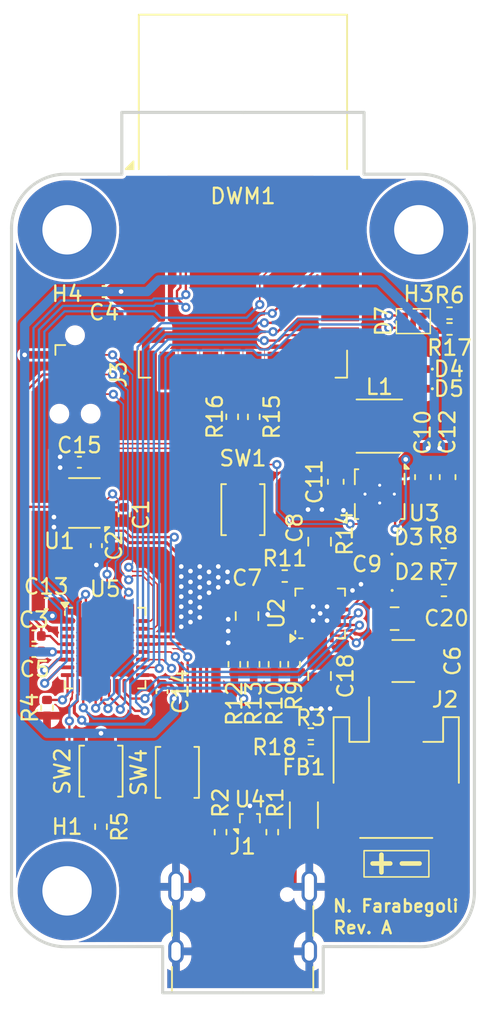
<source format=kicad_pcb>
(kicad_pcb (version 20241229) (generator "pcbnew") (generator_version "9.0")
  (layers (0 "F.Cu" signal) (2 "B.Cu" signal) (13 "F.Paste" user) (15 "B.Paste" user) (5 "F.SilkS" user "F.Silkscreen") (7 "B.SilkS" user "B.Silkscreen") (1 "F.Mask" user) (3 "B.Mask" user) (25 "Edge.Cuts" user))
  (net 0 "")
  (net 1 "GND")
  (net 2 "Net-(U1-Vref)")
  (net 3 "/BATT_OUT")
  (net 4 "+3.3V")
  (net 5 "/BAT")
  (net 6 "VBUS")
  (net 7 "Net-(U3-PS{slash}SYNC)")
  (net 8 "/D+")
  (net 9 "/D-")
  (net 10 "Net-(D2-K)")
  (net 11 "Net-(D2-A)")
  (net 12 "Net-(D3-K)")
  (net 13 "Net-(D3-A)")
  (net 14 "Net-(D4-A)")
  (net 15 "Net-(D5-A)")
  (net 16 "/LED_G")
  (net 17 "/LED_R")
  (net 18 "Net-(DWM1-GPIO2{slash}RXLED)")
  (net 19 "/UWB_RST")
  (net 20 "/MISO")
  (net 21 "Net-(DWM1-GPIO3{slash}TXLED)")
  (net 23 "/MOSI")
  (net 25 "/CLK")
  (net 26 "/CS")
  (net 29 "/IRQ")
  (net 31 "/WAKEUP")
  (net 34 "Net-(FB1-Pad1)")
  (net 35 "Net-(J1-CC1)")
  (net 36 "Net-(J1-CC2)")
  (net 37 "/SWCLK")
  (net 38 "/SWDIO")
  (net 39 "Net-(U3-L1)")
  (net 40 "Net-(U3-L2)")
  (net 41 "/BOOT0")
  (net 42 "Net-(U2-TS)")
  (net 43 "Net-(U2-ISET)")
  (net 44 "Net-(U2-ILIM)")
  (net 45 "Net-(U2-TMR)")
  (net 46 "Net-(U2-ITERM)")
  (net 47 "/~{PB}")
  (net 48 "/~{SR}")
  (net 50 "/PS_HOLD")
  (net 51 "Net-(U1-C_SRD)")
  (net 52 "/EN")
  (net 53 "/PWR_INT")
  (net 54 "/PB_OUT")
  (net 55 "/NRST")
  (net 56 "/~{CE}")
  (net 57 "/EN2")
  (net 58 "/EN1")
  (net 59 "/SWO")
  (net 63 "/BATT_READ")
  (net 65 "Net-(D7-K2)")
  (net 66 "Net-(D7-K1)")
  (footprint "Capacitor_SMD:C_0402_1005Metric" (layer "F.Cu") (at 125.2 108 180)
    (property "Reference" "C5")
    (property "Value" "0.1uF")
  )
  (footprint "Capacitor_SMD:C_0402_1005Metric" (layer "F.Cu") (at 133.5 110.6 -90)
    (property "Reference" "C14")
    (property "Value" "0.1uF")
  )
  (footprint "LED_SMD:LED_LiteOn_LTST-C295K_1.6x0.8mm" (layer "F.Cu") (at 149.793606 86.617171)
    (property "Reference" "D7")
    (property "Value" "LED_Dual_AAKK")
  )
  (footprint "Resistor_SMD:R_0402_1005Metric" (layer "F.Cu") (at 126.05 111.65 -90)
    (property "Reference" "R4")
    (property "Value" "10K")
  )
  (footprint "Resistor_SMD:R_0402_1005Metric" (layer "F.Cu") (at 152.140006 87.119571)
    (property "Reference" "R17")
    (property "Value" "1K")
  )
  (footprint "Resistor_SMD:R_0402_1005Metric" (layer "F.Cu") (at 139.443006 108.828171 -90)
    (property "Reference" "R13")
    (property "Value" "R")
  )
  (footprint "Resistor_SMD:R_0402_1005Metric" (layer "F.Cu") (at 139.453005 92.815171 -90)
    (property "Reference" "R15")
    (property "Value" "470")
  )
  (footprint "Capacitor_SMD:C_0603_1608Metric" (layer "F.Cu") (at 150.416006 96.715171 -90)
    (property "Reference" "C10")
    (property "Value" "10uF")
  )
  (footprint "Capacitor_SMD:C_0402_1005Metric" (layer "F.Cu") (at 129.25 101.15 -90)
    (property "Reference" "C2")
    (property "Value" "0.1uF")
  )
  (footprint "MountingHole:MountingHole_3.2mm_M3_Pad" (layer "F.Cu") (at 127.35 123.5)
    (property "Reference" "H1")
    (property "Value" "MH1")
  )
  (footprint "LED_SMD:LED_0402_1005Metric" (layer "F.Cu") (at 149.935006 89.719571 180)
    (property "Reference" "D4")
    (property "Value" "BLUE")
  )
  (footprint "Resistor_SMD:R_0402_1005Metric" (layer "F.Cu") (at 143.15 113.35 180)
    (property "Reference" "R3")
    (property "Value" "10K")
  )
  (footprint "Resistor_SMD:R_0402_1005Metric" (layer "F.Cu") (at 151.76 101.7 180)
    (property "Reference" "R8")
    (property "Value" "1.5K")
  )
  (footprint "Capacitor_SMD:C_0402_1005Metric" (layer "F.Cu") (at 128.15 95.75 180)
    (property "Reference" "C15")
    (property "Value" "560nF")
  )
  (footprint "Resistor_SMD:R_0402_1005Metric" (layer "F.Cu") (at 129.55 119.35 -90)
    (property "Reference" "R5")
    (property "Value" "10K")
  )
  (footprint "Package_DFN_QFN:QFN-32-1EP_5x5mm_P0.5mm_EP3.45x3.45mm" (layer "F.Cu") (at 129.820006 107.782071)
    (property "Reference" "U5")
    (property "Value" "STM32L432KBUx")
  )
  (footprint "Capacitor_SMD:C_0805_2012Metric" (layer "F.Cu") (at 139.017006 105.714171 -90)
    (property "Reference" "C7")
    (property "Value" "1uF")
  )
  (footprint "Capacitor_SMD:C_0805_2012Metric" (layer "F.Cu") (at 148.582806 105.876371)
    (property "Reference" "C20")
    (property "Value" "0.1uF")
  )
  (footprint "Capacitor_SMD:C_0805_2012Metric" (layer "F.Cu") (at 143.718006 100.893171 90)
    (property "Reference" "C8")
    (property "Value" "4.7uF")
  )
  (footprint "Resistor_SMD:R_0402_1005Metric" (layer "F.Cu") (at 141.460006 103.119571 180)
    (property "Reference" "R11")
    (property "Value" "1.18K")
  )
  (footprint "LED_SMD:LED_0402_1005Metric" (layer "F.Cu") (at 149.5 101.7)
    (property "Reference" "D3")
    (property "Value" "YELLOW")
  )
  (footprint "Capacitor_SMD:C_0805_2012Metric" (layer "F.Cu") (at 143.716006 109.590171 -90)
    (property "Reference" "C18")
    (property "Value" "4.7uF")
  )
  (footprint "LED_SMD:LED_0402_1005Metric" (layer "F.Cu") (at 149.935006 90.994571 180)
    (property "Reference" "D5")
    (property "Value" "BLUE")
  )
  (footprint "Resistor_SMD:R_0402_1005Metric" (layer "F.Cu") (at 142.065006 108.826171 -90)
    (property "Reference" "R9")
    (property "Value" "10K")
  )
  (footprint "Capacitor_SMD:C_0402_1005Metric" (layer "F.Cu") (at 131.05 99.15 -90)
    (property "Reference" "C1")
    (property "Value" "1uF")
  )
  (footprint "Resistor_SMD:R_0402_1005Metric" (layer "F.Cu") (at 151.775 104.05 180)
    (property "Reference" "R7")
    (property "Value" "1.5K")
  )
  (footprint "Resistor_SMD:R_0402_1005Metric" (layer "F.Cu") (at 138.053005 92.810171 -90)
    (property "Reference" "R16")
    (property "Value" "470")
  )
  (footprint "Capacitor_SMD:C_0603_1608Metric" (layer "F.Cu") (at 152.016006 96.715171 -90)
    (property "Reference" "C12")
    (property "Value" "10uF")
  )
  (footprint "Resistor_SMD:R_0201_0603Metric" (layer "F.Cu") (at 146.791006 100.35)
    (property "Reference" "R14")
    (property "Value" "100")
  )
  (footprint "Capacitor_SMD:C_1210_3225Metric" (layer "F.Cu") (at 149.141606 108.619571)
    (property "Reference" "C6")
    (property "Value" "22uF")
  )
  (footprint "Capacitor_SMD:C_0402_1005Metric" (layer "F.Cu") (at 126 104.9 180)
    (property "Reference" "C13")
    (property "Value" "0.1uF")
  )
  (footprint "Capacitor_SMD:C_0402_1005Metric" (layer "F.Cu") (at 129.75 84.7 180)
    (property "Reference" "C4")
    (property "Value" "0.1uF")
  )
  (footprint "Capacitor_SMD:C_0603_1608Metric" (layer "F.Cu") (at 144.766006 97.015171 -90)
    (property "Reference" "C11")
    (property "Value" "10uF")
  )
  (footprint "LED_SMD:LED_0402_1005Metric" (layer "F.Cu") (at 149.51 104.05)
    (property "Reference" "D2")
    (property "Value" "GREEN")
  )
  (footprint "Resistor_SMD:R_0402_1005Metric" (layer "F.Cu") (at 138.193006 108.830171 -90)
    (property "Reference" "R12")
    (property "Value" "46.4K")
  )
  (footprint "Resistor_SMD:R_0402_1005Metric" (layer "F.Cu") (at 140.795006 108.828171 -90)
    (property "Reference" "R10")
    (property "Value" "1.13K")
  )
  (footprint "MountingHole:MountingHole_3.2mm_M3_Pad" (layer "F.Cu") (at 127.35 80.7 180)
    (property "Reference" "H4")
    (property "Value" "MH4")
  )
  (footprint "Package_DFN_QFN:TDFN-12_2x3mm_P0.5mm" (layer "F.Cu") (at 128.4725 98.3875 180)
    (property "Reference" "U1")
    (property "Value" "STM6600")
  )
  (footprint "Capacitor_SMD:C_0201_0603Metric" (layer "F.Cu") (at 146.8 101.25)
    (property "Reference" "C9")
    (property "Value" "0.1uF")
  )
  (footprint "Resistor_SMD:R_0402_1005Metric" (layer "F.Cu") (at 140.65 119.7 90)
    (property "Reference" "R1")
    (property "Value" "5.1K")
  )
  (footprint "RF_Module:DWM1000" (layer "F.Cu") (at 138.750006 78.523371)
    (property "Reference" "DWM1")
    (property "Value" "DWM1000")
  )
  (footprint "Connector_JST:JST_PH_S2B-PH-SM4-TB_1x02-1MP_P2.00mm_Horizontal" (layer "F.Cu") (at 148.684406 115.565171)
    (property "Reference" "J2")
    (property "Value" "Battery")
  )
  (footprint "Package_DFN_QFN:VQFN-16-1EP_3x3mm_P0.5mm_EP1.6x1.6mm" (layer "F.Cu") (at 143.756506 105.538171 90)
    (property "Reference" "U2")
    (property "Value" "BQ24074RGT")
  )
  (footprint "Inductor_SMD:L_1206_3216Metric" (layer "F.Cu") (at 142.7 118.6 90)
    (property "Reference" "FB1")
    (property "Value" "GZ3216D101TF")
  )
  (footprint "Button_Switch_SMD:SW_SPST_B3U-1000P" (layer "F.Cu") (at 134.499994 115.830429 90)
    (property "Reference" "SW4")
    (property "Value" "~{SR}")
  )
  (footprint "Button_Switch_SMD:SW_SPST_B3U-1000P" (layer "F.Cu") (at 138.750006 98.819571 90)
    (property "Reference" "SW1")
    (property "Value" "~{PB}")
  )
  (footprint "Inductor_SMD:L_Coilcraft_LPS3010" (layer "F.Cu") (at 147.589806 93.411171 180)
    (property "Reference" "L1")
    (property "Value" "2.2uH")
  )
  (footprint "Resistor_SMD:R_0402_1005Metric" (layer "F.Cu") (at 143.15 114.4)
    (property "Reference" "R18")
    (property "Value" "20K")
  )
  (footprint "Resistor_SMD:R_0402_1005Metric" (layer "F.Cu") (at 137.3 119.7 90)
    (property "Reference" "R2")
    (property "Value" "5.1K")
  )
  (footprint "Button_Switch_SMD:SW_SPST_B3U-1000P" (layer "F.Cu") (at 129.55 115.75 90)
    (property "Reference" "SW2")
    (property "Value" "BOOT0")
  )
  (footprint "Resistor_SMD:R_0402_1005Metric" (layer "F.Cu") (at 152.140006 86.103571)
    (property "Reference" "R6")
    (property "Value" "1K")
  )
  (footprint "Package_TO_SOT_SMD:Texas_DRT-3" (layer "F.Cu") (at 139.2 119.075)
    (property "Reference" "U4")
    (property "Value" "TPD2EUSB30")
  )
  (footprint "Capacitor_SMD:C_0402_1005Metric" (layer "F.Cu") (at 125.2 107 180)
    (property "Reference" "C3")
    (property "Value" "0.1uF")
  )
  (footprint "Connector_USB:USB_C_Receptacle_XKB_U262-16XN-4BVC11" (layer "F.Cu") (at 138.730006 126.344571)
    (property "Reference" "J1")
    (property "Value" "USB C")
  )
  (footprint "Package_SON:Texas_DRC0010J_ThermalVias" (layer "F.Cu") (at 147.612206 97.814771 -90)
    (property "Reference" "U3")
    (property "Value" "TPS63001")
  )
  (footprint "Connector:Tag-Connect_TC2030-IDC-NL_2x03_P1.27mm_Vertical" (layer "F.Cu") (at 127.865 90.07 -90)
    (property "Reference" "J3")
    (property "Value" "TC2030-NL")
  )
  (footprint "MountingHole:MountingHole_3.2mm_M3_Pad" (layer "F.Cu") (at 150.15 80.7 180)
    (property "Reference" "H3")
    (property "Value" "MH3")
  )
  (gr_rect (start 146.6 120.9) (end 150.8 122.6) (stroke (width 0.1)) (fill no) (layer "F.SilkS"))
  (gr_line (start 146.6 77.1) (end 146.6 73.1) (stroke (width 0.2)) (layer "Edge.Cuts"))
  (gr_line (start 143.953072 127.108473) (end 150.2503 127.119573) (stroke (width 0.2)) (layer "Edge.Cuts"))
  (gr_line (start 133.546928 127.108473) (end 127.256173 127.119562) (stroke (width 0.2)) (layer "Edge.Cuts"))
  (gr_line (start 138.75 130.1) (end 143.953072 130.1) (stroke (width 0.2)) (layer "Edge.Cuts"))
  (gr_line (start 130.9 77.1) (end 130.9 73.1) (stroke (width 0.2)) (layer "Edge.Cuts"))
  (gr_line (start 143.953072 130.1) (end 143.953072 127.108473) (stroke (width 0.2)) (layer "Edge.Cuts"))
  (gr_line (start 153.749994 123.61957) (end 153.749994 80.59352) (stroke (width 0.2)) (layer "Edge.Cuts"))
  (gr_line (start 127.250005 77.1) (end 130.9 77.1) (stroke (width 0.2)) (layer "Edge.Cuts"))
  (gr_arc (start 153.749994 123.61957) (mid 152.722686 126.096621) (end 150.2503 127.119573) (stroke (width 0.2)) (layer "Edge.Cuts"))
  (gr_arc (start 123.750006 80.599999) (mid 124.775132 78.125126) (end 127.250005 77.1) (stroke (width 0.2)) (layer "Edge.Cuts"))
  (gr_line (start 150.25 77.1) (end 146.6 77.1) (stroke (width 0.2)) (layer "Edge.Cuts"))
  (gr_line (start 146.6 73.1) (end 138.75 73.1) (stroke (width 0.2)) (layer "Edge.Cuts"))
  (gr_line (start 138.75 130.1) (end 133.546928 130.1) (stroke (width 0.2)) (layer "Edge.Cuts"))
  (gr_line (start 123.750006 123.619571) (end 123.750006 80.599999) (stroke (width 0.2)) (layer "Edge.Cuts"))
  (gr_arc (start 127.256173 127.119562) (mid 124.777313 126.096622) (end 123.750006 123.619571) (stroke (width 0.2)) (layer "Edge.Cuts"))
  (gr_line (start 133.546928 130.1) (end 133.546928 127.108473) (stroke (width 0.2)) (layer "Edge.Cuts"))
  (gr_line (start 130.9 73.1) (end 138.75 73.1) (stroke (width 0.2)) (layer "Edge.Cuts"))
  (gr_arc (start 150.25 77.1) (mid 152.724872 78.125124) (end 153.749994 80.59352) (stroke (width 0.2)) (layer "Edge.Cuts"))
  (gr_text "N. Farabegoli" (at 144.5 124.95 0) (layer "F.SilkS") (effects (font (size 0.8 0.8) (thickness 0.16) (bold yes)) (justify left bottom)))
  (gr_text "Rev. A" (at 144.526 126.35 0) (layer "F.SilkS") (effects (font (size 0.8 0.8) (thickness 0.16) (bold yes)) (justify left bottom)))
  (gr_text "+" (at 146.6 122.5 0) (layer "F.SilkS") (effects (font (size 1.5 1.5) (thickness 0.3) (bold yes)) (justify left bottom)))
  (gr_text "-" (at 148.5 122.5 0) (layer "F.SilkS") (effects (font (size 1.5 1.5) (thickness 0.3) (bold yes)) (justify left bottom)))
  (segment (start 148.112206 99.214771) (end 148.112206 98.314771) (width 0.2) (layer "F.Cu") (net 1))
  (segment (start 148.112206 98.314771) (end 147.612206 97.814771) (width 0.2) (layer "F.Cu") (net 1))
  (segment (start 147.612206 96.414771) (end 147.612206 97.239771) (width 0.2) (layer "F.Cu") (net 1))
  (via (at 146.4 103.65) (size 0.6) (drill 0.3) (layers "F.Cu" "B.Cu") (net 1))
  (via (at 137.15 102.5) (size 0.6) (drill 0.3) (layers "F.Cu" "B.Cu") (net 1))
  (via (at 126.5 99.3) (size 0.6) (drill 0.3) (layers "F.Cu" "B.Cu") (net 1))
  (via (at 143.866006 98.815171) (size 0.6) (drill 0.3) (layers "F.Cu" "B.Cu") (net 1))
  (via (at 143.3 106) (size 0.6) (drill 0.3) (layers "F.Cu" "B.Cu") (net 1))
  (via (at 135.95 103.2) (size 0.6) (drill 0.3) (layers "F.Cu" "B.Cu") (net 1))
  (via (at 134.75 104.45) (size 0.6) (drill 0.3) (layers "F.Cu" "B.Cu") (net 1))
  (via (at 143.8 111.7) (size 0.6) (drill 0.3) (layers "F.Cu" "B.Cu") (net 1))
  (via (at 137.8 107.442) (size 0.6) (drill 0.3) (layers "F.Cu" "B.Cu") (net 1))
  (via (at 144.4 111.7) (size 0.6) (drill 0.3) (layers "F.Cu" "B.Cu") (net 1))
  (via (at 137.75 103.5) (size 0.6) (drill 0.3) (layers "F.Cu" "B.Cu") (net 1))
  (via (at 134.75 103.15) (size 0.6) (drill 0.3) (layers "F.Cu" "B.Cu") (net 1))
  (via (at 135.95 105.8) (size 0.6) (drill 0.3) (layers "F.Cu" "B.Cu") (net 1))
  (via (at 137.75 102.85) (size 0.6) (drill 0.3) (layers "F.Cu" "B.Cu") (net 1))
  (via (at 143.3 105.1) (size 0.6) (drill 0.3) (layers "F.Cu" "B.Cu") (net 1))
  (via (at 135.95 104.5) (size 0.6) (drill 0.3) (layers "F.Cu" "B.Cu") (net 1))
  (via (at 143.756506 105.538171) (size 0.6) (drill 0.3) (layers "F.Cu" "B.Cu") (net 1))
  (via (at 135.95 105.15) (size 0.6) (drill 0.3) (layers "F.Cu" "B.Cu") (net 1))
  (via (at 139.2 118) (size 0.6) (drill 0.3) (layers "F.Cu" "B.Cu") (net 1))
  (via (at 135.35 106.1) (size 0.6) (drill 0.3) (layers "F.Cu" "B.Cu") (net 1))
  (via (at 136.55 104.2) (size 0.6) (drill 0.3) (layers "F.Cu" "B.Cu") (net 1))
  (via (at 134.75 105.75) (size 0.6) (drill 0.3) (layers "F.Cu" "B.Cu") (net 1))
  (via (at 126.9 95.4) (size 0.6) (drill 0.3) (layers "F.Cu" "B.Cu") (net 1))
  (via (at 145.266006 98.865171) (size 0.6) (drill 0.3) (layers "F.Cu" "B.Cu") (net 1))
  (via (at 135.35 104.8) (size 0.6) (drill 0.3) (layers "F.Cu" "B.Cu") (net 1))
  (via (at 135.35 105.45) (size 0.6) (drill 0.3) (layers "F.Cu" "B.Cu") (net 1))
  (via (at 137.15 103.85) (size 0.6) (drill 0.3) (layers "F.Cu" "B.Cu") (net 1))
  (via (at 135.35 102.8) (size 0.6) (drill 0.3) (layers "F.Cu" "B.Cu") (net 1))
  (via (at 135.95 102.5) (size 0.6) (drill 0.3) (layers "F.Cu" "B.Cu") (net 1))
  (via (at 143.2 111.7) (size 0.6) (drill 0.3) (layers "F.Cu" "B.Cu") (net 1))
  (via (at 134.75 103.8) (size 0.6) (drill 0.3) (layers "F.Cu" "B.Cu") (net 1))
  (via (at 144.2 105.1) (size 0.6) (drill 0.3) (layers "F.Cu" "B.Cu") (net 1))
  (via (at 135.35 104.15) (size 0.6) (drill 0.3) (layers "F.Cu" "B.Cu") (net 1))
  (via (at 134.75 105.1) (size 0.6) (drill 0.3) (layers "F.Cu" "B.Cu") (net 1))
  (via (at 136.55 102.85) (size 0.6) (drill 0.3) (layers "F.Cu" "B.Cu") (net 1))
  (via (at 126.9 96.1) (size 0.6) (drill 0.3) (layers "F.Cu" "B.Cu") (net 1))
  (via (at 145.85 104.05) (size 0.6) (drill 0.3) (layers "F.Cu" "B.Cu") (net 1))
  (via (at 137.795 105.918) (size 0.6) (drill 0.3) (layers "F.Cu" "B.Cu") (net 1))
  (via (at 129.25 102.4) (size 0.6) (drill 0.3) (layers "F.Cu" "B.Cu") (net 1))
  (via (at 135.95 103.85) (size 0.6) (drill 0.3) (layers "F.Cu" "B.Cu") (net 1))
  (via (at 140.35 105.6) (size 0.6) (drill 0.3) (layers "F.Cu" "B.Cu") (net 1))
  (via (at 134.75 106.4) (size 0.6) (drill 0.3) (layers "F.Cu" "B.Cu") (net 1))
  (via (at 135.35 103.5) (size 0.6) (drill 0.3) (layers "F.Cu" "B.Cu") (net 1))
  (via (at 144.2 106) (size 0.6) (drill 0.3) (layers "F.Cu" "B.Cu") (net 1))
  (via (at 134.75 102.5) (size 0.6) (drill 0.3) (layers "F.Cu" "B.Cu") (net 1))
  (via (at 136.55 103.55) (size 0.6) (drill 0.3) (layers "F.Cu" "B.Cu") (net 1))
  (via (at 137.15 103.2) (size 0.6) (drill 0.3) (layers "F.Cu" "B.Cu") (net 1))
  (via (at 142.966006 98.815171) (size 0.6) (drill 0.3) (layers "F.Cu" "B.Cu") (net 1))
  (via (at 137.795 106.68) (size 0.6) (drill 0.3) (layers "F.Cu" "B.Cu") (net 1))
  (via (at 126.5 99.95) (size 0.6) (drill 0.3) (layers "F.Cu" "B.Cu") (net 1))
  (segment (start 130.2375 98.6375) (end 130.27 98.67) (width 0.15) (layer "F.Cu") (net 2))
  (segment (start 130.27 98.67) (end 131.05 98.67) (width 0.15) (layer "F.Cu") (net 2))
  (segment (start 129.2725 98.6375) (end 130.2375 98.6375) (width 0.15) (layer "F.Cu") (net 2))
  (segment (start 143.718006 101.843171) (end 142.169006 101.843171) (width 0.8) (layer "F.Cu") (net 3))
  (segment (start 148.444 101.759612) (end 147.504612 102.699) (width 0.15) (layer "F.Cu") (net 3))
  (segment (start 145.4 102.3) (end 145.4 101.85) (width 0.15) (layer "F.Cu") (net 3))
  (segment (start 152.285 101.835) (end 152.285 104.05) (width 0.15) (layer "F.Cu") (net 3))
  (segment (start 152.05 101.1) (end 148.65 101.1) (width 0.15) (layer "F.Cu") (net 3))
  (segment (start 141.266006 97.203571) (end 142.229406 96.240171) (width 0.8) (layer "F.Cu") (net 3))
  (segment (start 145.799 102.699) (end 145.4 102.3) (width 0.15) (layer "F.Cu") (net 3))
  (segment (start 152.27 101.7) (end 152.27 101.32) (width 0.15) (layer "F.Cu") (net 3))
  (segment (start 148.65 101.1) (end 148.444 101.306) (width 0.15) (layer "F.Cu") (net 3))
  (segment (start 133.806 100.956) (end 134.6 101.75) (width 0.2) (layer "F.Cu") (net 3))
  (segment (start 148.444 101.306) (end 148.444 101.759612) (width 0.15) (layer "F.Cu") (net 3))
  (segment (start 129.2725 99.6375) (end 129.2725 100.6475) (width 0.2) (layer "F.Cu") (net 3))
  (segment (start 152.27 101.32) (end 152.05 101.1) (width 0.15) (layer "F.Cu") (net 3))
  (segment (start 145.393171 101.843171) (end 145.4 101.85) (width 0.15) (layer "F.Cu") (net 3))
  (segment (start 129.2725 100.6475) (end 129.25 100.67) (width 0.2) (layer "F.Cu") (net 3))
  (segment (start 145.4 100.75) (end 145.8 100.35) (width 0.15) (layer "F.Cu") (net 3))
  (segment (start 142.229406 96.240171) (end 144.766006 96.240171) (width 0.8) (layer "F.Cu") (net 3))
  (segment (start 129.2725 100.7775) (end 129.25 100.8) (width 0.2) (layer "F.Cu") (net 3))
  (segment (start 142.169006 101.843171) (end 141.266006 100.940171) (width 0.8) (layer "F.Cu") (net 3))
  (segment (start 141.266006 100.940171) (end 141.266006 98.85) (width 0.8) (layer "F.Cu") (net 3))
  (segment (start 129.25 100.67) (end 131.06654 100.67) (width 0.2) (layer "F.Cu") (net 3))
  (segment (start 152.27 101.82) (end 152.285 101.835) (width 0.15) (layer "F.Cu") (net 3))
  (segment (start 147.504612 102.699) (end 145.799 102.699) (width 0.15) (layer "F.Cu") (net 3))
  (segment (start 143.718006 101.843171) (end 145.393171 101.843171) (width 0.15) (layer "F.Cu") (net 3))
  (segment (start 134.6 101.75) (end 140.456177 101.75) (width 0.2) (layer "F.Cu") (net 3))
  (segment (start 152.27 101.7) (end 152.27 101.82) (width 0.15) (layer "F.Cu") (net 3))
  (segment (start 140.456177 101.75) (end 141.266006 100.940171) (width 0.2) (layer "F.Cu") (net 3))
  (segment (start 141.266006 98.85) (end 141.266006 97.203571) (width 0.8) (layer "F.Cu") (net 3))
  (segment (start 145.8 100.35) (end 146.471006 100.35) (width 0.15) (layer "F.Cu") (net 3))
  (segment (start 131.35254 100.956) (end 133.806 100.956) (width 0.2) (layer "F.Cu") (net 3))
  (segment (start 131.06654 100.67) (end 131.35254 100.956) (width 0.2) (layer "F.Cu") (net 3))
  (segment (start 145.4 101.85) (end 145.4 100.75) (width 0.15) (layer "F.Cu") (net 3))
  (segment (start 134.02 110.12) (end 133.5 110.12) (width 0.2) (layer "F.Cu") (net 4))
  (segment (start 126.4 108.032071) (end 126.232071 108.032071) (width 0.2) (layer "F.Cu") (net 4))
  (segment (start 130.23 84.7) (end 130.85 84.7) (width 0.5) (layer "F.Cu") (net 4))
  (segment (start 127.23 88.8) (end 124.6 88.8) (width 0.5) (layer "F.Cu") (net 4))
  (segment (start 132.425435 84.7) (end 132.450006 84.724571) (width 0.5) (layer "F.Cu") (net 4))
  (segment (start 129.55 113.3) (end 129.55 113.819565) (width 0.6) (layer "F.Cu") (net 4))
  (segment (start 148.612206 99.214771) (end 148.612206 100.088971) (width 0.15) (layer "F.Cu") (net 4))
  (segment (start 134.3 111.05) (end 134.3 110.4) (width 0.2) (layer "F.Cu") (net 4))
  (segment (start 129.55 113.819565) (end 129.550006 113.819571) (width 0.6) (layer "F.Cu") (net 4))
  (segment (start 127.382506 108.032071) (end 126.4 108.032071) (width 0.2) (layer "F.Cu") (net 4))
  (segment (start 126.232071 108.032071) (end 126.2 108) (width 0.2) (layer "F.Cu") (net 4))
  (segment (start 132.912071 109.532071) (end 133.5 110.12) (width 0.2) (layer "F.Cu") (net 4))
  (segment (start 132.257506 109.532071) (end 132.912071 109.532071) (width 0.2) (layer "F.Cu") (net 4))
  (segment (start 134.3 110.4) (end 134.02 110.12) (width 0.2) (layer "F.Cu") (net 4))
  (segment (start 130.85 84.7) (end 132.425435 84.7) (width 0.5) (layer "F.Cu") (net 4))
  (segment (start 126.2 108) (end 125.68 108) (width 0.2) (layer "F.Cu") (net 4))
  (segment (start 148.612206 100.088971) (end 148.611006 100.090171) (width 0.15) (layer "F.Cu") (net 4))
  (via (at 134.3 111.05) (size 0.6) (drill 0.3) (layers "F.Cu" "B.Cu") (net 4))
  (via (at 130.85 84.7) (size 0.6) (drill 0.3) (layers "F.Cu" "B.Cu") (net 4))
  (via (at 124.6 88.8) (size 0.6) (drill 0.3) (layers "F.Cu" "B.Cu") (net 4))
  (via (at 149.301006 95.565171) (size 0.6) (drill 0.3) (layers "F.Cu" "B.Cu") (net 4))
  (via (at 126.4 105.7) (size 0.6) (drill 0.3) (layers "F.Cu" "B.Cu") (net 4))
  (via (at 126.4 108.032071) (size 0.6) (drill 0.3) (layers "F.Cu" "B.Cu") (net 4))
  (via (at 148.611006 100.090171) (size 0.6) (drill 0.3) (layers "F.Cu" "B.Cu") (net 4))
  (via (at 151.5 94.85) (size 0.6) (drill 0.3) (layers "F.Cu" "B.Cu") (net 4))
  (via (at 129.55 113.3) (size 0.6) (drill 0.3) (layers "F.Cu" "B.Cu") (net 4))
  (via (at 150.75 94.85) (size 0.6) (drill 0.3) (layers "F.Cu" "B.Cu") (net 4))
  (segment (start 134.3 111.95) (end 132.95 113.3) (width 0.6) (layer "B.Cu") (net 4))
  (segment (start 132.55 84.7) (end 133.3 83.95) (width 0.6) (layer "B.Cu") (net 4))
  (segment (start 124.6 105.65) (end 124.6 88.8) (width 0.6) (layer "B.Cu") (net 4))
  (segment (start 132.95 113.3) (end 129.55 113.3) (width 0.6) (layer "B.Cu") (net 4))
  (segment (start 124.6 111.85) (end 124.6 105.65) (width 0.6) (layer "B.Cu") (net 4))
  (segment (start 147.6 83.95) (end 151.15 87.5) (width 0.6) (layer "B.Cu") (net 4))
  (segment (start 124.65 105.7) (end 126.4 105.7) (width 0.6) (layer "B.Cu") (net 4))
  (segment (start 134.3 111.05) (end 134.3 111.95) (width 0.6) (layer "B.Cu") (net 4))
  (segment (start 149.301006 99.400171) (end 148.611006 100.090171) (width 0.15) (layer "B.Cu") (net 4))
  (segment (start 126.75 84.7) (end 132.55 84.7) (width 0.6) (layer "B.Cu") (net 4))
  (segment (start 124.6 86.85) (end 126.75 84.7) (width 0.6) (layer "B.Cu") (net 4))
  (segment (start 149.301006 95.565171) (end 149.301006 99.400171) (width 0.15) (layer "B.Cu") (net 4))
  (segment (start 124.6 105.65) (end 124.65 105.7) (width 0.6) (layer "B.Cu") (net 4))
  (segment (start 133.3 83.95) (end 147.6 83.95) (width 0.6) (layer "B.Cu") (net 4))
  (segment (start 126.05 113.3) (end 124.6 111.85) (width 0.6) (layer "B.Cu") (net 4))
  (segment (start 124.632071 108.032071) (end 126.4 108.032071) (width 0.6) (layer "B.Cu") (net 4))
  (segment (start 129.55 113.3) (end 126.05 113.3) (width 0.6) (layer "B.Cu") (net 4))
  (segment (start 124.6 88.8) (end 124.6 86.85) (width 0.6) (layer "B.Cu") (net 4))
  (segment (start 151.15 87.5) (end 151.15 94.1) (width 0.6) (layer "B.Cu") (net 4))
  (segment (start 145.35 113.35) (end 145.984829 112.715171) (width 0.2) (layer "F.Cu") (net 5))
  (segment (start 143.66 113.35) (end 145.35 113.35) (width 0.2) (layer "F.Cu") (net 5))
  (segment (start 145.984829 112.715171) (end 147.684406 112.715171) (width 0.2) (layer "F.Cu") (net 5))
  (segment (start 147.666606 105.910171) (end 147.632806 105.876371) (width 0.8) (layer "F.Cu") (net 5))
  (segment (start 147.684406 108.637371) (end 147.684406 112.715171) (width 0.8) (layer "F.Cu") (net 5))
  (segment (start 147.646006 108.640171) (end 147.666606 108.619571) (width 0.8) (layer "F.Cu") (net 5))
  (segment (start 147.666606 108.619571) (end 147.684406 108.637371) (width 0.8) (layer "F.Cu") (net 5))
  (segment (start 147.666606 108.619571) (end 147.666606 105.910171) (width 0.8) (layer "F.Cu") (net 5))
  (segment (start 143.716006 108.640171) (end 147.646006 108.640171) (width 0.8) (layer "F.Cu") (net 5))
  (segment (start 137 110.6) (end 142.7 116.3) (width 0.6) (layer "F.Cu") (net 6))
  (segment (start 142.7 116.3) (end 142.7 117.025) (width 0.6) (layer "F.Cu") (net 6))
  (segment (start 139.017006 104.764171) (end 141.039006 104.764171) (width 0.6) (layer "F.Cu") (net 6))
  (segment (start 137.485829 104.764171) (end 137 105.25) (width 0.6) (layer "F.Cu") (net 6))
  (segment (start 139.017006 104.764171) (end 137.485829 104.764171) (width 0.6) (layer "F.Cu") (net 6))
  (segment (start 137 105.25) (end 137 110.6) (width 0.6) (layer "F.Cu") (net 6))
  (segment (start 147.111006 100.488994) (end 147.111006 100.35) (width 0.1) (layer "F.Cu") (net 7))
  (segment (start 146.48 101.25) (end 146.48 101.12) (width 0.1) (layer "F.Cu") (net 7))
  (segment (start 147.112206 99.214771) (end 147.612206 99.214771) (width 0.1) (layer "F.Cu") (net 7))
  (segment (start 147.111006 100.35) (end 147.111006 99.215971) (width 0.1) (layer "F.Cu") (net 7))
  (segment (start 147.111006 99.215971) (end 147.112206 99.214771) (width 0.1) (layer "F.Cu") (net 7))
  (segment (start 146.48 101.12) (end 147.111006 100.488994) (width 0.1) (layer "F.Cu") (net 7))
  (segment (start 139.6 121.6) (end 139.6 121.3) (width 0.2) (layer "F.Cu") (net 8))
  (segment (start 139.55 119.5) (end 139.55 119.274999) (width 0.2) (layer "F.Cu") (net 8))
  (segment (start 139.448943 117.399) (end 139.425 117.399) (width 0.2) (layer "F.Cu") (net 8))
  (segment (start 139.480006 123.519994) (end 139.3 123.7) (width 0.2) (layer "F.Cu") (net 8))
  (segment (start 139.425 121.125) (end 139.425 119.850001) (width 0.2) (layer "F.Cu") (net 8))
  (segment (start 133.165123 107.032071) (end 132.257506 107.032071) (width 0.2) (layer "F.Cu") (net 8))
  (segment (start 139.3 123.7) (end 138.7 123.7) (width 0.2) (layer "F.Cu") (net 8))
  (segment (start 139.801 117.751057) (end 139.448943 117.399) (width 0.2) (layer "F.Cu") (net 8))
  (segment (start 139.425 117.399) (end 139.425 113.874942) (width 0.2) (layer "F.Cu") (net 8))
  (segment (start 136.399 107.649) (end 135.807479 107.057479) (width 0.2) (layer "F.Cu") (net 8))
  (segment (start 139.55 119.725001) (end 139.55 119.5) (width 0.2) (layer "F.Cu") (net 8))
  (segment (start 139.480006 122.674571) (end 139.480006 123.519994) (width 0.2) (layer "F.Cu") (net 8))
  (segment (start 139.425 119.850001) (end 139.55 119.725001) (width 0.2) (layer "F.Cu") (net 8))
  (segment (start 138.480006 123.480006) (end 138.480006 122.674571) (width 0.2) (layer "F.Cu") (net 8))
  (segment (start 139.480006 122.674571) (end 139.480006 121.719994) (width 0.2) (layer "F.Cu") (net 8))
  (segment (start 139.55 119.274999) (end 139.801 119.023999) (width 0.2) (layer "F.Cu") (net 8))
  (segment (start 136.399 110.848942) (end 136.399 107.649) (width 0.2) (layer "F.Cu") (net 8))
  (segment (start 139.801 119.023999) (end 139.801 117.751057) (width 0.2) (layer "F.Cu") (net 8))
  (segment (start 138.7 123.7) (end 138.480006 123.480006) (width 0.2) (layer "F.Cu") (net 8))
  (segment (start 139.425 113.874942) (end 136.399 110.848942) (width 0.2) (layer "F.Cu") (net 8))
  (segment (start 139.6 121.3) (end 139.425 121.125) (width 0.2) (layer "F.Cu") (net 8))
  (segment (start 133.190531 107.057479) (end 133.165123 107.032071) (width 0.2) (layer "F.Cu") (net 8))
  (segment (start 139.480006 121.719994) (end 139.6 121.6) (width 0.2) (layer "F.Cu") (net 8))
  (segment (start 135.807479 107.057479) (end 133.190531 107.057479) (width 0.2) (layer "F.Cu") (net 8))
  (segment (start 137.980006 121.847571) (end 138.227577 121.6) (width 0.2) (layer "F.Cu") (net 9))
  (segment (start 138.975 121.125) (end 138.975 119.850001) (width 0.2) (layer "F.Cu") (net 9))
  (segment (start 135.690379 107.507479) (end 133.190531 107.507479) (width 0.2) (layer "F.Cu") (net 9))
  (segment (start 138.8 121.3) (end 138.975 121.125) (width 0.2) (layer "F.Cu") (net 9))
  (segment (start 138.975 117.399) (end 138.975 113.992042) (width 0.2) (layer "F.Cu") (net 9))
  (segment (start 138.975 119.850001) (end 138.85 119.725001) (width 0.2) (layer "F.Cu") (net 9))
  (segment (start 138.85 119.5) (end 138.85 119.274999) (width 0.2) (layer "F.Cu") (net 9))
  (segment (start 138.980006 121.780006) (end 138.8 121.6) (width 0.2) (layer "F.Cu") (net 9))
  (segment (start 138.85 119.725001) (end 138.85 119.5) (width 0.2) (layer "F.Cu") (net 9))
  (segment (start 133.165939 107.532071) (end 132.257506 107.532071) (width 0.2) (layer "F.Cu") (net 9))
  (segment (start 135.998 107.8151) (end 135.690379 107.507479) (width 0.2) (layer "F.Cu") (net 9))
  (segment (start 138.599 117.751057) (end 138.951057 117.399) (width 0.2) (layer "F.Cu") (net 9))
  (segment (start 135.998 111.015042) (end 135.998 107.8151) (width 0.2) (layer "F.Cu") (net 9))
  (segment (start 138.951057 117.399) (end 138.975 117.399) (width 0.2) (layer "F.Cu") (net 9))
  (segment (start 138.980006 122.674571) (end 138.980006 121.780006) (width 0.2) (layer "F.Cu") (net 9))
  (segment (start 138.85 119.274999) (end 138.599 119.023999) (width 0.2) (layer "F.Cu") (net 9))
  (segment (start 138.975 113.992042) (end 135.998 111.015042) (width 0.2) (layer "F.Cu") (net 9))
  (segment (start 133.190531 107.507479) (end 133.165939 107.532071) (width 0.2) (layer "F.Cu") (net 9))
  (segment (start 138.227577 121.6) (end 138.8 121.6) (width 0.2) (layer "F.Cu") (net 9))
  (segment (start 137.980006 122.674571) (end 137.980006 121.847571) (width 0.2) (layer "F.Cu") (net 9))
  (segment (start 138.599 119.023999) (end 138.599 117.751057) (width 0.2) (layer "F.Cu") (net 9))
  (segment (start 138.8 121.6) (end 138.8 121.3) (width 0.2) (layer "F.Cu") (net 9))
  (segment (start 146.866266 104.05) (end 149.025 104.05) (width 0.15) (layer "F.Cu") (net 10))
  (segment (start 145.194006 105.288171) (end 145.628095 105.288171) (width 0.15) (layer "F.Cu") (net 10))
  (segment (start 145.628095 105.288171) (end 146.866266 104.05) (width 0.15) (layer "F.Cu") (net 10))
  (segment (start 149.995 104.05) (end 151.265 104.05) (width 0.1) (layer "F.Cu") (net 11))
  (segment (start 144.506506 103.293494) (end 144.75 103.05) (width 0.15) (layer "F.Cu") (net 12))
  (segment (start 144.506506 104.100671) (end 144.506506 103.293494) (width 0.15) (layer "F.Cu") (net 12))
  (segment (start 149 101.7) (end 149.015 101.7) (width 0.15) (layer "F.Cu") (net 12))
  (segment (start 147.65 103.05) (end 149 101.7) (width 0.15) (layer "F.Cu") (net 12))
  (segment (start 144.75 103.05) (end 147.65 103.05) (width 0.15) (layer "F.Cu") (net 12))
  (segment (start 149.985 101.7) (end 151.25 101.7) (width 0.1) (layer "F.Cu") (net 13))
  (segment (start 146.101 90.149) (end 149.020577 90.149) (width 0.2) (layer "F.Cu") (net 14))
  (segment (start 149.020577 90.149) (end 149.450006 89.719571) (width 0.2) (layer "F.Cu") (net 14))
  (segment (start 142.924829 93.325171) (end 146.101 90.149) (width 0.2) (layer "F.Cu") (net 14))
  (segment (start 139.453005 93.325171) (end 142.924829 93.325171) (width 0.2) (layer "F.Cu") (net 14))
  (segment (start 146.2671 90.55) (end 149.005435 90.55) (width 0.2) (layer "F.Cu") (net 15))
  (segment (start 149.005435 90.55) (end 149.450006 90.994571) (width 0.2) (layer "F.Cu") (net 15))
  (segment (start 139.822345 93.896171) (end 139.992345 93.726171) (width 0.2) (layer "F.Cu") (net 15))
  (segment (start 138.629005 93.896171) (end 139.822345 93.896171) (width 0.2) (layer "F.Cu") (net 15))
  (segment (start 138.053005 93.320171) (end 138.629005 93.896171) (width 0.2) (layer "F.Cu") (net 15))
  (segment (start 143.090929 93.726171) (end 146.2671 90.55) (width 0.2) (layer "F.Cu") (net 15))
  (segment (start 139.992345 93.726171) (end 143.090929 93.726171) (width 0.2) (layer "F.Cu") (net 15))
  (segment (start 148.2 87.05) (end 149.110777 87.05) (width 0.15) (layer "F.Cu") (net 16))
  (segment (start 149.110777 87.05) (end 149.193606 86.967171) (width 0.15) (layer "F.Cu") (net 16))
  (segment (start 133.55848 108.532071) (end 134.124409 109.098) (width 0.1) (layer "F.Cu") (net 16))
  (segment (start 132.257506 108.532071) (end 133.55848 108.532071) (width 0.1) (layer "F.Cu") (net 16))
  (via (at 134.124409 109.098) (size 0.6) (drill 0.3) (layers "F.Cu" "B.Cu") (net 16))
  (via (at 148.2 87.05) (size 0.6) (drill 0.3) (layers "F.Cu" "B.Cu") (net 16))
  (segment (start 134.124409 109.081618) (end 134.124409 109.098) (width 0.15) (layer "B.Cu") (net 16))
  (segment (start 142.519 86.831) (end 140.548 88.802) (width 0.15) (layer "B.Cu") (net 16))
  (segment (start 139.407223 88.5) (end 134.189164 88.5) (width 0.15) (layer "B.Cu") (net 16))
  (segment (start 147.931 86.831) (end 142.519 86.831) (width 0.15) (layer "B.Cu") (net 16))
  (segment (start 148.15 87.05) (end 147.931 86.831) (width 0.15) (layer "B.Cu") (net 16))
  (segment (start 139.709224 88.802) (end 139.407223 88.5) (width 0.15) (layer "B.Cu") (net 16))
  (segment (start 133.724695 108.681904) (end 134.124409 109.081618) (width 0.15) (layer "B.Cu") (net 16))
  (segment (start 140.548 88.802) (end 139.709224 88.802) (width 0.15) (layer "B.Cu") (net 16))
  (segment (start 134.189164 88.5) (end 133.724695 88.964469) (width 0.15) (layer "B.Cu") (net 16))
  (segment (start 133.724695 88.964469) (end 133.724695 108.681904) (width 0.15) (layer "B.Cu") (net 16))
  (segment (start 148.2 87.05) (end 148.15 87.05) (width 0.15) (layer "B.Cu") (net 16))
  (segment (start 149.176435 86.25) (end 149.193606 86.267171) (width 0.15) (layer "F.Cu") (net 17))
  (segment (start 132.257506 109.032071) (end 133.260274 109.032071) (width 0.1) (layer "F.Cu") (net 17))
  (segment (start 148.2 86.25) (end 149.176435 86.25) (width 0.15) (layer "F.Cu") (net 17))
  (segment (start 133.260274 109.032071) (end 133.324409 109.096206) (width 0.1) (layer "F.Cu") (net 17))
  (via (at 148.2 86.25) (size 0.6) (drill 0.3) (layers "F.Cu" "B.Cu") (net 17))
  (via (at 133.324409 109.096206) (size 0.6) (drill 0.3) (layers "F.Cu" "B.Cu") (net 17))
  (segment (start 133.324409 88.868367) (end 133.324409 109.096206) (width 0.15) (layer "B.Cu") (net 17))
  (segment (start 142.35 86.5) (end 140.399 88.451) (width 0.15) (layer "B.Cu") (net 17))
  (segment (start 139.552611 88.149) (end 134.043776 88.149) (width 0.15) (layer "B.Cu") (net 17))
  (segment (start 139.854612 88.451) (end 139.552611 88.149) (width 0.15) (layer "B.Cu") (net 17))
  (segment (start 140.399 88.451) (end 139.854612 88.451) (width 0.15) (layer "B.Cu") (net 17))
  (segment (start 148.2 86.25) (end 147.95 86.5) (width 0.15) (layer "B.Cu") (net 17))
  (segment (start 134.043776 88.149) (end 133.324409 88.868367) (width 0.15) (layer "B.Cu") (net 17))
  (segment (start 147.95 86.5) (end 142.35 86.5) (width 0.15) (layer "B.Cu") (net 17))
  (segment (start 139.453005 89.82257) (end 139.453005 92.305171) (width 0.2) (layer "F.Cu") (net 18))
  (segment (start 139.450006 89.819571) (end 139.453005 89.82257) (width 0.2) (layer "F.Cu") (net 18))
  (segment (start 135.05 85.721999) (end 134.474 85.145999) (width 0.15) (layer "F.Cu") (net 19))
  (segment (start 134.224571 80.524571) (end 132.450006 80.524571) (width 0.15) (layer "F.Cu") (net 19))
  (segment (start 127.382506 109.032071) (end 126.929208 109.032071) (width 0.2) (layer "F.Cu") (net 19))
  (segment (start 126.929208 109.032071) (end 125.9 110.061279) (width 0.2) (layer "F.Cu") (net 19))
  (segment (start 134.474 85.145999) (end 134.474 84.661412) (width 0.15) (layer "F.Cu") (net 19))
  (segment (start 134.699 80.999) (end 134.224571 80.524571) (width 0.15) (layer "F.Cu") (net 19))
  (segment (start 134.474 84.661412) (end 134.699 84.436412) (width 0.15) (layer "F.Cu") (net 19))
  (segment (start 134.699 84.436412) (end 134.699 80.999) (width 0.15) (layer "F.Cu") (net 19))
  (via (at 125.9 110.061279) (size 0.6) (drill 0.3) (layers "F.Cu" "B.Cu") (net 19))
  (via (at 135.05 85.721999) (size 0.6) (drill 0.3) (layers "F.Cu" "B.Cu") (net 19))
  (segment (start 127.077406 85.627) (end 125.527 87.177406) (width 0.15) (layer "B.Cu") (net 19))
  (segment (start 127.327 108.634279) (end 125.9 110.061279) (width 0.15) (layer "B.Cu") (net 19))
  (segment (start 125.527 87.177406) (end 125.527 103.427) (width 0.15) (layer "B.Cu") (net 19))
  (segment (start 132.973 85.627) (end 127.077406 85.627) (width 0.15) (layer "B.Cu") (net 19))
  (segment (start 125.527 103.427) (end 127.327 105.227) (width 0.15) (layer "B.Cu") (net 19))
  (segment (start 127.327 105.227) (end 127.327 108.634279) (width 0.15) (layer "B.Cu") (net 19))
  (segment (start 133.119 85.481) (end 132.973 85.627) (width 0.15) (layer "B.Cu") (net 19))
  (segment (start 134.809001 85.481) (end 133.119 85.481) (width 0.15) (layer "B.Cu") (net 19))
  (segment (start 135.05 85.721999) (end 134.809001 85.481) (width 0.15) (layer "B.Cu") (net 19))
  (segment (start 142.925429 84.724571) (end 145.050006 84.724571) (width 0.15) (layer "F.Cu") (net 20))
  (segment (start 140.134313 86.725) (end 140.925 86.725) (width 0.15) (layer "F.Cu") (net 20))
  (segment (start 130.001727 111.70005) (end 130.001727 111.59511) (width 0.15) (layer "F.Cu") (net 20))
  (segment (start 130.001727 111.59511) (end 129.570006 111.163389) (width 0.15) (layer "F.Cu") (net 20))
  (segment (start 129.570006 111.163389) (end 129.570006 110.219571) (width 0.15) (layer "F.Cu") (net 20))
  (segment (start 140.925 86.725) (end 142.925429 84.724571) (width 0.15) (layer "F.Cu") (net 20))
  (via (at 140.134313 86.725) (size 0.6) (drill 0.3) (layers "F.Cu" "B.Cu") (net 20))
  (via (at 130.001727 111.70005) (size 0.6) (drill 0.3) (layers "F.Cu" "B.Cu") (net 20))
  (segment (start 130.749 110.854231) (end 130.749 109.854612) (width 0.15) (layer "B.Cu") (net 20))
  (segment (start 139.775 86.725) (end 140.134313 86.725) (width 0.15) (layer "B.Cu") (net 20))
  (segment (start 133.453611 87.25) (end 133.607612 87.096) (width 0.15) (layer "B.Cu") (net 20))
  (segment (start 132.271409 88.432197) (end 132.7 88.003609) (width 0.15) (layer "B.Cu") (net 20))
  (segment (start 130.749 109.854612) (end 131.254612 109.349) (width 0.15) (layer "B.Cu") (net 20))
  (segment (start 139.404 87.096) (end 139.775 86.725) (width 0.15) (layer "B.Cu") (net 20))
  (segment (start 133.607612 87.096) (end 139.404 87.096) (width 0.15) (layer "B.Cu") (net 20))
  (segment (start 132.271409 108.341842) (end 132.271409 88.432197) (width 0.15) (layer "B.Cu") (net 20))
  (segment (start 132.7 88) (end 133.45 87.25) (width 0.15) (layer "B.Cu") (net 20))
  (segment (start 131.254612 109.349) (end 131.264251 109.349) (width 0.15) (layer "B.Cu") (net 20))
  (segment (start 131.264251 109.349) (end 132.271409 108.341842) (width 0.15) (layer "B.Cu") (net 20))
  (segment (start 130.001727 111.601504) (end 130.749 110.854231) (width 0.15) (layer "B.Cu") (net 20))
  (segment (start 133.45 87.25) (end 133.453611 87.25) (width 0.15) (layer "B.Cu") (net 20))
  (segment (start 130.001727 111.70005) (end 130.001727 111.601504) (width 0.15) (layer "B.Cu") (net 20))
  (segment (start 132.7 88.003609) (end 132.7 88) (width 0.15) (layer "B.Cu") (net 20))
  (segment (start 138.050006 92.297172) (end 138.053005 92.300171) (width 0.2) (layer "F.Cu") (net 21))
  (segment (start 138.050006 89.819571) (end 138.050006 92.297172) (width 0.2) (layer "F.Cu") (net 21))
  (segment (start 130.797724 111.620095) (end 130.070006 110.892377) (width 0.15) (layer "F.Cu") (net 23))
  (segment (start 142.176629 86.123371) (end 145.050006 86.123371) (width 0.15) (layer "F.Cu") (net 23))
  (segment (start 140.7 87.3) (end 141 87.3) (width 0.15) (layer "F.Cu") (net 23))
  (segment (start 130.797724 111.620095) (end 130.797724 111.622724) (width 0.15) (layer "F.Cu") (net 23))
  (segment (start 130.797724 111.622724) (end 130.797724 111.747566) (width 0.15) (layer "F.Cu") (net 23))
  (segment (start 130.070006 110.892377) (end 130.070006 110.219571) (width 0.15) (layer "F.Cu") (net 23))
  (segment (start 130.797724 111.747566) (end 130.800168 111.75001) (width 0.15) (layer "F.Cu") (net 23))
  (segment (start 141 87.3) (end 142.176629 86.123371) (width 0.15) (layer "F.Cu") (net 23))
  (via (at 130.800168 111.75001) (size 0.6) (drill 0.3) (layers "F.Cu" "B.Cu") (net 23))
  (via (at 140.7 87.3) (size 0.6) (drill 0.3) (layers "F.Cu" "B.Cu") (net 23))
  (segment (start 132.622409 88.577587) (end 133.753 87.447) (width 0.15) (layer "B.Cu") (net 23))
  (segment (start 131.1 110) (end 131.4 109.7) (width 0.15) (layer "B.Cu") (net 23))
  (segment (start 131.4 109.7) (end 131.409639 109.7) (width 0.15) (layer "B.Cu") (net 23))
  (segment (start 139.894725 87.3) (end 140.7 87.3) (width 0.15) (layer "B.Cu") (net 23))
  (segment (start 131.1 111.317819) (end 131.1 110) (width 0.15) (layer "B.Cu") (net 23))
  (segment (start 132.622409 108.48723) (end 132.622409 88.577587) (width 0.15) (layer "B.Cu") (net 23))
  (segment (start 131.409639 109.7) (end 132.622409 108.48723) (width 0.15) (layer "B.Cu") (net 23))
  (segment (start 130.797724 111.620095) (end 131.1 111.317819) (width 0.15) (layer "B.Cu") (net 23))
  (segment (start 139.747725 87.447) (end 139.894725 87.3) (width 0.15) (layer "B.Cu") (net 23))
  (segment (start 133.753 87.447) (end 139.747725 87.447) (width 0.15) (layer "B.Cu") (net 23))
  (segment (start 129.070006 110.805418) (end 129.070006 110.219571) (width 0.15) (layer "F.Cu") (net 25))
  (segment (start 129.202063 111.676806) (end 129.202063 110.937475) (width 0.15) (layer "F.Cu") (net 25))
  (segment (start 140.65218 86.112987) (end 140.65218 86.09782) (width 0.15) (layer "F.Cu") (net 25))
  (segment (start 129.202063 110.937475) (end 129.070006 110.805418) (width 0.15) (layer "F.Cu") (net 25))
  (segment (start 140.65218 86.09782) (end 143.425429 83.324571) (width 0.15) (layer "F.Cu") (net 25))
  (segment (start 143.425429 83.324571) (end 145.050006 83.324571) (width 0.15) (layer "F.Cu") (net 25))
  (via (at 140.65218 86.112987) (size 0.6) (drill 0.3) (layers "F.Cu" "B.Cu") (net 25))
  (via (at 129.202063 111.676806) (size 0.6) (drill 0.3) (layers "F.Cu" "B.Cu") (net 25))
  (segment (start 140.65218 86.112987) (end 139.887013 86.112987) (width 0.15) (layer "B.Cu") (net 25))
  (segment (start 131.920409 108.196454) (end 131.118863 108.998) (width 0.15) (layer "B.Cu") (net 25))
  (segment (start 132.25 87.953612) (end 132.25 87.95722) (width 0.15) (layer "B.Cu") (net 25))
  (segment (start 131.920409 88.286809) (end 131.920409 108.196454) (width 0.15) (layer "B.Cu") (net 25))
  (segment (start 131.109223 108.998) (end 130.398 109.709224) (width 0.15) (layer "B.Cu") (net 25))
  (segment (start 130.398 110.708843) (end 129.982793 111.12405) (width 0.15) (layer "B.Cu") (net 25))
  (segment (start 129.982793 111.12405) (end 129.763139 111.12405) (width 0.15) (layer "B.Cu") (net 25))
  (segment (start 129.210383 111.676806) (end 129.202063 111.676806) (width 0.15) (layer "B.Cu") (net 25))
  (segment (start 131.118863 108.998) (end 131.109223 108.998) (width 0.15) (layer "B.Cu") (net 25))
  (segment (start 139.887013 86.112987) (end 139.255 86.745) (width 0.15) (layer "B.Cu") (net 25))
  (segment (start 129.763139 111.12405) (end 129.210383 111.676806) (width 0.15) (layer "B.Cu") (net 25))
  (segment (start 132.25 87.95722) (end 131.920409 88.286809) (width 0.15) (layer "B.Cu") (net 25))
  (segment (start 133.462223 86.745) (end 133.353611 86.853612) (width 0.15) (layer "B.Cu") (net 25))
  (segment (start 139.255 86.745) (end 133.462223 86.745) (width 0.15) (layer "B.Cu") (net 25))
  (segment (start 133.35 86.853612) (end 132.25 87.953612) (width 0.15) (layer "B.Cu") (net 25))
  (segment (start 133.353611 86.853612) (end 133.35 86.853612) (width 0.15) (layer "B.Cu") (net 25))
  (segment (start 130.398 109.709224) (end 130.398 110.708843) (width 0.15) (layer "B.Cu") (net 25))
  (segment (start 128.570006 110.829994) (end 128.4 111) (width 0.15) (layer "F.Cu") (net 26))
  (segment (start 140.134313 87.875) (end 141.075 87.875) (width 0.15) (layer "F.Cu") (net 26))
  (segment (start 141.075 87.875) (end 141.426629 87.523371) (width 0.15) (layer "F.Cu") (net 26))
  (segment (start 128.4 111) (end 128.4 111.641212) (width 0.15) (layer "F.Cu") (net 26))
  (segment (start 128.4 111.641212) (end 128.402735 111.643947) (width 0.15) (layer "F.Cu") (net 26))
  (segment (start 128.570006 110.219571) (end 128.570006 110.829994) (width 0.15) (layer "F.Cu") (net 26))
  (segment (start 141.426629 87.523371) (end 145.050006 87.523371) (width 0.15) (layer "F.Cu") (net 26))
  (via (at 140.134313 87.875) (size 0.6) (drill 0.3) (layers "F.Cu" "B.Cu") (net 26))
  (via (at 128.402735 111.643947) (size 0.6) (drill 0.3) (layers "F.Cu" "B.Cu") (net 26))
  (segment (start 131.45 110.156027) (end 132.973409 108.632618) (width 0.15) (layer "B.Cu") (net 26))
  (segment (start 132.973409 108.632618) (end 132.973409 88.722978) (width 0.15) (layer "B.Cu") (net 26))
  (segment (start 128.402735 111.692066) (end 129.060669 112.35) (width 0.15) (layer "B.Cu") (net 26))
  (segment (start 128.402735 111.643947) (end 128.402735 111.692066) (width 0.15) (layer "B.Cu") (net 26))
  (segment (start 131.05 112.35) (end 131.45 111.95) (width 0.15) (layer "B.Cu") (net 26))
  (segment (start 129.060669 112.35) (end 131.05 112.35) (width 0.15) (layer "B.Cu") (net 26))
  (segment (start 139.698 87.798) (end 139.775 87.875) (width 0.15) (layer "B.Cu") (net 26))
  (segment (start 131.45 111.95) (end 131.45 110.156027) (width 0.15) (layer "B.Cu") (net 26))
  (segment (start 139.775 87.875) (end 140.134313 87.875) (width 0.15) (layer "B.Cu") (net 26))
  (segment (start 133.898388 87.798) (end 139.698 87.798) (width 0.15) (layer "B.Cu") (net 26))
  (segment (start 132.973409 88.722978) (end 133.898388 87.798) (width 0.15) (layer "B.Cu") (net 26))
  (segment (start 126.05 111.14) (end 127.05 111.14) (width 0.15) (layer "F.Cu") (net 29))
  (segment (start 139.841191 85.539815) (end 139.841191 83.908809) (width 0.1) (layer "F.Cu") (net 29))
  (segment (start 127.382506 110.817494) (end 127.06 111.14) (width 0.15) (layer "F.Cu") (net 29))
  (segment (start 139.841191 83.908809) (end 143.225429 80.524571) (width 0.1) (layer "F.Cu") (net 29))
  (segment (start 127.06 111.14) (end 127.05 111.14) (width 0.15) (layer "F.Cu") (net 29))
  (segment (start 127.382506 109.532071) (end 127.382506 110.817494) (width 0.15) (layer "F.Cu") (net 29))
  (segment (start 143.225429 80.524571) (end 145.050006 80.524571) (width 0.1) (layer "F.Cu") (net 29))
  (via (at 127.05 111.14) (size 0.6) (drill 0.3) (layers "F.Cu" "B.Cu") (net 29))
  (via (at 139.841191 85.539815) (size 0.6) (drill 0.3) (layers "F.Cu" "B.Cu") (net 29))
  (segment (start 127.678002 105.109897) (end 125.878 103.309896) (width 0.15) (layer "B.Cu") (net 29))
  (segment (start 127.05 111.14) (end 127.015 111.14) (width 0.15) (layer "B.Cu") (net 29))
  (segment (start 127.678002 110.476998) (end 127.678002 105.109897) (width 0.15) (layer "B.Cu") (net 29))
  (segment (start 127.19451 85.978) (end 133.028 85.978) (width 0.15) (layer "B.Cu") (net 29))
  (segment (start 127.015 111.14) (end 127.678002 110.476998) (width 0.15) (layer "B.Cu") (net 29))
  (segment (start 133.028 85.978) (end 133.444 86.394) (width 0.15) (layer "B.Cu") (net 29))
  (segment (start 125.878 103.309896) (end 125.878 87.29451) (width 0.15) (layer "B.Cu") (net 29))
  (segment (start 138.987006 86.394) (end 139.841191 85.539815) (width 0.15) (layer "B.Cu") (net 29))
  (segment (start 125.878 87.29451) (end 127.19451 85.978) (width 0.15) (layer "B.Cu") (net 29))
  (segment (start 133.444 86.394) (end 138.987006 86.394) (width 0.15) (layer "B.Cu") (net 29))
  (segment (start 126.749943 108.532071) (end 126.069262 109.212752) (width 0.2) (layer "F.Cu") (net 31))
  (segment (start 127.382506 108.532071) (end 126.749943 108.532071) (width 0.2) (layer "F.Cu") (net 31))
  (segment (start 134.474571 79.124571) (end 132.450006 79.124571) (width 0.15) (layer "F.Cu") (net 31))
  (segment (start 135.05 79.7) (end 134.474571 79.124571) (width 0.15) (layer "F.Cu") (net 31))
  (segment (start 126.069262 109.212752) (end 125.9 109.212752) (width 0.2) (layer "F.Cu") (net 31))
  (segment (start 135.05 84.9) (end 135.05 79.7) (width 0.15) (layer "F.Cu") (net 31))
  (via (at 125.9 109.212752) (size 0.6) (drill 0.3) (layers "F.Cu" "B.Cu") (net 31))
  (via (at 135.05 84.9) (size 0.6) (drill 0.3) (layers "F.Cu" "B.Cu") (net 31))
  (segment (start 125.176 87.060302) (end 125.176 103.576) (width 0.15) (layer "B.Cu") (net 31))
  (segment (start 126.976 105.376) (end 126.976 108.324) (width 0.15) (layer "B.Cu") (net 31))
  (segment (start 126.087248 109.212752) (end 125.9 109.212752) (width 0.15) (layer "B.Cu") (net 31))
  (segment (start 135.05 84.9) (end 134.8 85.15) (width 0.15) (layer "B.Cu") (net 31))
  (segment (start 132.981895 85.15) (end 132.855895 85.276) (width 0.15) (layer "B.Cu") (net 31))
  (segment (start 132.855895 85.276) (end 126.960302 85.276) (width 0.15) (layer "B.Cu") (net 31))
  (segment (start 126.976 108.324) (end 126.087248 109.212752) (width 0.15) (layer "B.Cu") (net 31))
  (segment (start 125.176 103.576) (end 126.976 105.376) (width 0.15) (layer "B.Cu") (net 31))
  (segment (start 126.960302 85.276) (end 125.176 87.060302) (width 0.15) (layer "B.Cu") (net 31))
  (segment (start 134.8 85.15) (end 132.981895 85.15) (width 0.15) (layer "B.Cu") (net 31))
  (segment (start 141.129006 121.370994) (end 141.131006 121.372994) (width 0.6) (layer "F.Cu") (net 34))
  (segment (start 141.131006 121.372994) (end 141.131006 121.95) (width 0.6) (layer "F.Cu") (net 34))
  (segment (start 142.325 120.175) (end 141.129006 121.370994) (width 0.6) (layer "F.Cu") (net 34))
  (segment (start 142.7 120.175) (end 142.325 120.175) (width 0.6) (layer "F.Cu") (net 34))
  (segment (start 137.480006 122.674571) (end 137.480006 121.080006) (width 0.2) (layer "F.Cu") (net 35))
  (segment (start 137.3 120.9) (end 137.3 120.21) (width 0.2) (layer "F.Cu") (net 35))
  (segment (start 137.480006 121.080006) (end 137.3 120.9) (width 0.2) (layer "F.Cu") (net 35))
  (segment (start 140.65 120.85) (end 140.65 120.21) (width 0.2) (layer "F.Cu") (net 36))
  (segment (start 140.480006 121.019994) (end 140.65 120.85) (width 0.2) (layer "F.Cu") (net 36))
  (segment (start 140.480006 122.674571) (end 140.480006 121.019994) (width 0.2) (layer "F.Cu") (net 36))
  (segment (start 130.3 90.1) (end 130.27 90.07) (width 0.1) (layer "F.Cu") (net 37))
  (segment (start 132.25 103.1) (end 131.611614 103.1) (width 0.1) (layer "F.Cu") (net 37))
  (segment (start 131.611614 103.1) (end 131.345409 103.366205) (width 0.1) (layer "F.Cu") (net 37))
  (segment (start 132.257506 106.032071) (end 132.767929 106.032071) (width 0.1) (layer "F.Cu") (net 37))
  (segment (start 130.27 90.07) (end 128.5 90.07) (width 0.1) (layer "F.Cu") (net 37))
  (segment (start 132.919 103.769) (end 132.25 103.1) (width 0.1) (layer "F.Cu") (net 37))
  (segment (start 132.919 105.881) (end 132.919 103.769) (width 0.1) (layer "F.Cu") (net 37))
  (segment (start 132.767929 106.032071) (end 132.919 105.881) (width 0.1) (layer "F.Cu") (net 37))
  (via (at 131.345409 103.366205) (size 0.6) (drill 0.3) (layers "F.Cu" "B.Cu") (net 37))
  (via (at 130.3 90.1) (size 0.6) (drill 0.3) (layers "F.Cu" "B.Cu") (net 37))
  (segment (start 131.293409 91.093409) (end 130.3 90.1) (width 0.1) (layer "B.Cu") (net 37))
  (segment (start 130.794409 102.299) (end 131.293409 101.8) (width 0.1) (layer "B.Cu") (net 37))
  (segment (start 131.293409 101.8) (end 131.293409 98.15) (width 0.1) (layer "B.Cu") (net 37))
  (segment (start 131.345409 103.366205) (end 130.794409 102.815205) (width 0.1) (layer "B.Cu") (net 37))
  (segment (start 130.794409 102.815205) (end 130.794409 102.299) (width 0.1) (layer "B.Cu") (net 37))
  (segment (start 131.293409 98.15) (end 131.293409 91.093409) (width 0.1) (layer "B.Cu") (net 37))
  (segment (start 132.257506 106.532071) (end 132.967929 106.532071) (width 0.1) (layer "F.Cu") (net 38))
  (segment (start 133.2 103.652606) (end 132.366394 102.819) (width 0.1) (layer "F.Cu") (net 38))
  (segment (start 130.3 88.8) (end 128.5 88.8) (width 0.1) (layer "F.Cu") (net 38))
  (segment (start 131.614409 102.819) (end 131.345409 102.55) (width 0.1) (layer "F.Cu") (net 38))
  (segment (start 132.366394 102.819) (end 131.614409 102.819) (width 0.1) (layer "F.Cu") (net 38))
  (segment (start 132.967929 106.532071) (end 133.2 106.3) (width 0.1) (layer "F.Cu") (net 38))
  (segment (start 133.2 106.3) (end 133.2 103.652606) (width 0.1) (layer "F.Cu") (net 38))
  (via (at 131.345409 102.55) (size 0.6) (drill 0.3) (layers "F.Cu" "B.Cu") (net 38))
  (via (at 130.3 88.8) (size 0.6) (drill 0.3) (layers "F.Cu" "B.Cu") (net 38))
  (segment (start 131.345409 102.55) (end 131.594409 102.301) (width 0.1) (layer "B.Cu") (net 38))
  (segment (start 131.594409 91.15) (end 131.594409 90.094409) (width 0.1) (layer "B.Cu") (net 38))
  (segment (start 131.594409 101.3) (end 131.594409 91.15) (width 0.1) (layer "B.Cu") (net 38))
  (segment (start 131.594409 90.094409) (end 130.3 88.8) (width 0.1) (layer "B.Cu") (net 38))
  (segment (start 131.594409 102.301) (end 131.594409 101.3) (width 0.1) (layer "B.Cu") (net 38))
  (segment (start 128.570006 104.320006) (end 128.55 104.3) (width 0.15) (layer "F.Cu") (net 41))
  (segment (start 129.55 118.84) (end 129.55 117.45) (width 0.15) (layer "F.Cu") (net 41))
  (segment (start 129.55 116.4) (end 129.55 117.45) (width 0.15) (layer "F.Cu") (net 41))
  (segment (start 127.5 114.35) (end 129.55 116.4) (width 0.15) (layer "F.Cu") (net 41))
  (segment (start 127.5 112.5) (end 127.5 114.35) (width 0.15) (layer "F.Cu") (net 41))
  (segment (start 128.570006 105.344571) (end 128.570006 104.320006) (width 0.15) (layer "F.Cu") (net 41))
  (via (at 128.55 104.3) (size 0.6) (drill 0.3) (layers "F.Cu" "B.Cu") (net 41))
  (via (at 127.5 112.5) (size 0.6) (drill 0.3) (layers "F.Cu" "B.Cu") (net 41))
  (segment (start 127.5 111.65) (end 128.029002 111.120998) (width 0.15) (layer "B.Cu") (net 41))
  (segment (start 127.5 112.5) (end 127.5 111.65) (width 0.15) (layer "B.Cu") (net 41))
  (segment (start 128.029002 104.820998) (end 128.55 104.3) (width 0.15) (layer "B.Cu") (net 41))
  (segment (start 128.029002 111.120998) (end 128.029002 104.820998) (width 0.15) (layer "B.Cu") (net 41))
  (segment (start 142.065006 108.316171) (end 142.065006 107.346171) (width 0.15) (layer "F.Cu") (net 42))
  (segment (start 142.443006 106.968171) (end 142.999006 106.968171) (width 0.15) (layer "F.Cu") (net 42))
  (segment (start 142.999006 106.968171) (end 143.006506 106.975671) (width 0.15) (layer "F.Cu") (net 42))
  (segment (start 142.065006 107.346171) (end 142.443006 106.968171) (width 0.15) (layer "F.Cu") (net 42))
  (segment (start 140.795006 107.616171) (end 140.795006 108.318171) (width 0.15) (layer "F.Cu") (net 43))
  (segment (start 142.319006 106.288171) (end 141.515782 106.288171) (width 0.15) (layer "F.Cu") (net 43))
  (segment (start 140.945006 106.858947) (end 140.945006 107.466171) (width 0.15) (layer "F.Cu") (net 43))
  (segment (start 141.515782 106.288171) (end 140.945006 106.858947) (width 0.15) (layer "F.Cu") (net 43))
  (segment (start 140.945006 107.466171) (end 140.795006 107.616171) (width 0.15) (layer "F.Cu") (net 43))
  (segment (start 143.006506 104.100671) (end 143.006506 103.480671) (width 0.15) (layer "F.Cu") (net 44))
  (segment (start 142.645406 103.119571) (end 141.970006 103.119571) (width 0.15) (layer "F.Cu") (net 44))
  (segment (start 143.006506 103.480671) (end 142.645406 103.119571) (width 0.15) (layer "F.Cu") (net 44))
  (segment (start 140.243006 106.568171) (end 140.243006 107.168171) (width 0.15) (layer "F.Cu") (net 45))
  (segment (start 139.643006 107.768171) (end 138.745006 107.768171) (width 0.15) (layer "F.Cu") (net 45))
  (segment (start 141.523006 105.288171) (end 140.243006 106.568171) (width 0.15) (layer "F.Cu") (net 45))
  (segment (start 140.243006 107.168171) (end 139.643006 107.768171) (width 0.15) (layer "F.Cu") (net 45))
  (segment (start 138.745006 107.768171) (end 138.193006 108.320171) (width 0.15) (layer "F.Cu") (net 45))
  (segment (start 142.319006 105.288171) (end 141.523006 105.288171) (width 0.15) (layer "F.Cu") (net 45))
  (segment (start 139.589394 108.318171) (end 139.443006 108.318171) (width 0.15) (layer "F.Cu") (net 46))
  (segment (start 141.519394 105.788171) (end 140.594006 106.713559) (width 0.15) (layer "F.Cu") (net 46))
  (segment (start 140.594006 106.713559) (end 140.594006 107.313559) (width 0.15) (layer "F.Cu") (net 46))
  (segment (start 142.319006 105.788171) (end 141.519394 105.788171) (width 0.15) (layer "F.Cu") (net 46))
  (segment (start 140.594006 107.313559) (end 139.589394 108.318171) (width 0.15) (layer "F.Cu") (net 46))
  (segment (start 138.351 94.851) (end 129.949 94.851) (width 0.1) (layer "F.Cu") (net 47))
  (segment (start 129.2725 95.5275) (end 129.2725 97.1375) (width 0.1) (layer "F.Cu") (net 47))
  (segment (start 138.750006 97.119571) (end 138.750006 95.250006) (width 0.1) (layer "F.Cu") (net 47))
  (segment (start 129.949 94.851) (end 129.2725 95.5275) (width 0.1) (layer "F.Cu") (net 47))
  (segment (start 138.750006 95.250006) (end 138.351 94.851) (width 0.1) (layer "F.Cu") (net 47))
  (segment (start 135.170307 108.351275) (end 135.170307 112.329693) (width 0.15) (layer "F.Cu") (net 48))
  (segment (start 131.086 100.186) (end 131.5 100.6) (width 0.15) (layer "F.Cu") (net 48))
  (segment (start 134.5 113) (end 134.5 114.130423) (width 0.15) (layer "F.Cu") (net 48))
  (segment (start 130.2 100) (end 130.386 100.186) (width 0.15) (layer "F.Cu") (net 48))
  (segment (start 134.5 114.130423) (end 134.499994 114.130429) (width 0.15) (layer "F.Cu") (net 48))
  (segment (start 129.2725 99.1375) (end 130.0375 99.1375) (width 0.15) (layer "F.Cu") (net 48))
  (segment (start 130.2 99.3) (end 130.2 100) (width 0.15) (layer "F.Cu") (net 48))
  (segment (start 131.5 100.6) (end 134.299695 100.6) (width 0.15) (layer "F.Cu") (net 48))
  (segment (start 135.170307 112.329693) (end 134.5 113) (width 0.15) (layer "F.Cu") (net 48))
  (segment (start 130.386 100.186) (end 131.086 100.186) (width 0.15) (layer "F.Cu") (net 48))
  (segment (start 130.0375 99.1375) (end 130.2 99.3) (width 0.15) (layer "F.Cu") (net 48))
  (via (at 134.299695 100.6) (size 0.6) (drill 0.3) (layers "F.Cu" "B.Cu") (net 48))
  (via (at 135.170307 108.351275) (size 0.6) (drill 0.3) (layers "F.Cu" "B.Cu") (net 48))
  (segment (start 134.075695 107.227437) (end 134.874129 108.025871) (width 0.15) (layer "B.Cu") (net 48))
  (segment (start 134.075695 100.824) (end 134.075695 101.95) (width 0.15) (layer "B.Cu") (net 48))
  (segment (start 135.170307 108.322049) (end 135.170307 108.351275) (width 0.15) (layer "B.Cu") (net 48))
  (segment (start 134.075695 101.95) (end 134.075695 107.227437) (width 0.15) (layer "B.Cu") (net 48))
  (segment (start 134.874129 108.025871) (end 135.170307 108.322049) (width 0.15) (layer "B.Cu") (net 48))
  (segment (start 134.299695 100.6) (end 134.075695 100.824) (width 0.15) (layer "B.Cu") (net 48))
  (segment (start 130.070006 103.870006) (end 129.943409 103.743409) (width 0.1) (layer "F.Cu") (net 50))
  (segment (start 129.943409 103.743409) (end 129.943409 103) (width 0.1) (layer "F.Cu") (net 50))
  (segment (start 129.9625 98.1375) (end 129.2725 98.1375) (width 0.1) (layer "F.Cu") (net 50))
  (segment (start 130.3 97.8) (end 129.9625 98.1375) (width 0.1) (layer "F.Cu") (net 50))
  (segment (start 130.070006 105.344571) (end 130.070006 103.870006) (width 0.1) (layer "F.Cu") (net 50))
  (via (at 129.943409 103) (size 0.6) (drill 0.3) (layers "F.Cu" "B.Cu") (net 50))
  (via (at 130.3 97.8) (size 0.6) (drill 0.3) (layers "F.Cu" "B.Cu") (net 50))
  (segment (start 129.943409 102.298644) (end 130.691409 101.550644) (width 0.1) (layer "B.Cu") (net 50))
  (segment (start 130.691409 101.550644) (end 130.691409 98.191409) (width 0.1) (layer "B.Cu") (net 50))
  (segment (start 129.943409 103) (end 129.943409 102.298644) (width 0.1) (layer "B.Cu") (net 50))
  (segment (start 130.691409 98.191409) (end 130.3 97.8) (width 0.1) (layer "B.Cu") (net 50))
  (segment (start 128.8875 97.6375) (end 128.65 97.4) (width 0.1) (layer "F.Cu") (net 51))
  (segment (start 128.63 95.93) (end 128.63 95.75) (width 0.1) (layer "F.Cu") (net 51))
  (segment (start 128.65 97.4) (end 128.65 95.95) (width 0.1) (layer "F.Cu") (net 51))
  (segment (start 128.65 95.95) (end 128.63 95.93) (width 0.1) (layer "F.Cu") (net 51))
  (segment (start 129.2725 97.6375) (end 128.8875 97.6375) (width 0.1) (layer "F.Cu") (net 51))
  (segment (start 146.612206 99.537794) (end 146.612206 99.214771) (width 0.1) (layer "F.Cu") (net 52))
  (segment (start 127.6725 98.1375) (end 126.9875 98.1375) (width 0.1) (layer "F.Cu") (net 52))
  (segment (start 139.8 95.9) (end 140.95 95.9) (width 0.1) (layer "F.Cu") (net 52))
  (segment (start 126.35 94.95) (end 126.75 94.55) (width 0.1) (layer "F.Cu") (net 52))
  (segment (start 138.45 94.55) (end 139.8 95.9) (width 0.1) (layer "F.Cu") (net 52))
  (segment (start 126.75 94.55) (end 138.45 94.55) (width 0.1) (layer "F.Cu") (net 52))
  (segment (start 146.4 99.75) (end 146.612206 99.537794) (width 0.1) (layer "F.Cu") (net 52))
  (segment (start 126.9875 98.1375) (end 126.35 97.5) (width 0.1) (layer "F.Cu") (net 52))
  (segment (start 145.7 99.75) (end 146.4 99.75) (width 0.1) (layer "F.Cu") (net 52))
  (segment (start 126.35 97.5) (end 126.35 94.95) (width 0.1) (layer "F.Cu") (net 52))
  (via (at 140.95 95.9) (size 0.6) (drill 0.3) (layers "F.Cu" "B.Cu") (net 52))
  (via (at 145.7 99.75) (size 0.6) (drill 0.3) (layers "F.Cu" "B.Cu") (net 52))
  (segment (start 141.8 99.75) (end 140.95 98.9) (width 0.1) (layer "B.Cu") (net 52))
  (segment (start 145.7 99.75) (end 141.8 99.75) (width 0.1) (layer "B.Cu") (net 52))
  (segment (start 140.95 98.9) (end 140.95 95.9) (width 0.1) (layer "B.Cu") (net 52))
  (segment (start 128.1495 99.1375) (end 127.6725 99.1375) (width 0.1) (layer "F.Cu") (net 53))
  (segment (start 129.070006 104.679994) (end 129.1 104.65) (width 0.1) (layer "F.Cu") (net 53))
  (segment (start 128.3 103.05) (end 128.3 99.288) (width 0.1) (layer "F.Cu") (net 53))
  (segment (start 129.070006 105.344571) (end 129.070006 104.679994) (width 0.1) (layer "F.Cu") (net 53))
  (segment (start 129.1 103.85) (end 128.3 103.05) (width 0.1) (layer "F.Cu") (net 53))
  (segment (start 129.1 104.65) (end 129.1 103.85) (width 0.1) (layer "F.Cu") (net 53))
  (segment (start 128.3 99.288) (end 128.1495 99.1375) (width 0.1) (layer "F.Cu") (net 53))
  (segment (start 128.601 102.925322) (end 128.601 98.089) (width 0.1) (layer "F.Cu") (net 54))
  (segment (start 128.1495 97.6375) (end 127.6725 97.6375) (width 0.1) (layer "F.Cu") (net 54))
  (segment (start 129.570006 105.344571) (end 129.570006 103.894328) (width 0.1) (layer "F.Cu") (net 54))
  (segment (start 128.601 98.089) (end 128.1495 97.6375) (width 0.1) (layer "F.Cu") (net 54))
  (segment (start 129.570006 103.894328) (end 128.601 102.925322) (width 0.1) (layer "F.Cu") (net 54))
  (segment (start 125.68 106.376388) (end 124.8 105.496388) (width 0.15) (layer "F.Cu") (net 55))
  (segment (start 124.8 91.05) (end 125.78 90.07) (width 0.15) (layer "F.Cu") (net 55))
  (segment (start 126.782071 107.532071) (end 126.25 107) (width 0.15) (layer "F.Cu") (net 55))
  (segment (start 127.382506 107.532071) (end 126.782071 107.532071) (width 0.15) (layer "F.Cu") (net 55))
  (segment (start 127.6725 98.6375) (end 124.8125 98.6375) (width 0.15) (layer "F.Cu") (net 55))
  (segment (start 124.8125 98.6375) (end 124.8 98.65) (width 0.15) (layer "F.Cu") (net 55))
  (segment (start 125.68 107) (end 125.68 106.376388) (width 0.15) (layer "F.Cu") (net 55))
  (segment (start 125.78 90.07) (end 127.23 90.07) (width 0.15) (layer "F.Cu") (net 55))
  (segment (start 126.25 107) (end 125.68 107) (width 0.15) (layer "F.Cu") (net 55))
  (segment (start 124.8 98.65) (end 124.8 91.05) (width 0.15) (layer "F.Cu") (net 55))
  (segment (start 124.8 105.496388) (end 124.8 98.65) (width 0.15) (layer "F.Cu") (net 55))
  (segment (start 145.625671 106.975671) (end 146.1 107.45) (width 0.15) (layer "F.Cu") (net 56))
  (segment (start 144.506506 106.975671) (end 145.625671 106.975671) (width 0.15) (layer "F.Cu") (net 56))
  (segment (start 132.257506 108.032071) (end 134.065741 108.032071) (width 0.1) (layer "F.Cu") (net 56))
  (segment (start 134.065741 108.032071) (end 134.370437 108.336767) (width 0.1) (layer "F.Cu") (net 56))
  (via (at 146.1 107.45) (size 0.6) (drill 0.3) (layers "F.Cu" "B.Cu") (net 56))
  (via (at 134.370437 108.336767) (size 0.6) (drill 0.3) (layers "F.Cu" "B.Cu") (net 56))
  (segment (start 145.651571 105.264695) (end 145.988983 104.927283) (width 0.15) (layer "B.Cu") (net 56))
  (segment (start 146.876 105.337124) (end 146.876 106.674) (width 0.15) (layer "B.Cu") (net 56))
  (segment (start 145.651571 105.558987) (end 145.651571 105.264695) (width 0.15) (layer "B.Cu") (net 56))
  (segment (start 135.172 109.322) (end 142.285224 109.322) (width 0.15) (layer "B.Cu") (net 56))
  (segment (start 145.988983 104.927283) (end 146.466159 104.927283) (width 0.15) (layer "B.Cu") (net 56))
  (segment (start 142.285224 109.322) (end 145.350806 106.256418) (width 0.15) (layer "B.Cu") (net 56))
  (segment (start 134.370437 108.336767) (end 134.370437 108.520437) (width 0.15) (layer "B.Cu") (net 56))
  (segment (start 146.876 106.674) (end 146.1 107.45) (width 0.15) (layer "B.Cu") (net 56))
  (segment (start 134.370437 108.520437) (end 135.172 109.322) (width 0.15) (layer "B.Cu") (net 56))
  (segment (start 145.350806 106.256418) (end 145.350806 105.859751) (width 0.15) (layer "B.Cu") (net 56))
  (segment (start 145.350806 105.859751) (end 145.651571 105.558987) (width 0.15) (layer "B.Cu") (net 56))
  (segment (start 146.466159 104.927283) (end 146.876 105.337124) (width 0.15) (layer "B.Cu") (net 56))
  (segment (start 131.070006 110.637515) (end 131.482491 111.05) (width 0.15) (layer "F.Cu") (net 57))
  (segment (start 146.288171 106.288171) (end 146.3 106.3) (width 0.15) (layer "F.Cu") (net 57))
  (segment (start 145.194006 106.288171) (end 146.288171 106.288171) (width 0.15) (layer "F.Cu") (net 57))
  (segment (start 131.482491 111.05) (end 132.4 111.05) (width 0.15) (layer "F.Cu") (net 57))
  (segment (start 131.070006 110.219571) (end 131.070006 110.637515) (width 0.15) (layer "F.Cu") (net 57))
  (via (at 146.3 106.3) (size 0.6) (drill 0.3) (layers "F.Cu" "B.Cu") (net 57))
  (via (at 132.4 111.05) (size 0.6) (drill 0.3) (layers "F.Cu" "B.Cu") (net 57))
  (segment (start 134.2 110.024) (end 142.576 110.024) (width 0.15) (layer "B.Cu") (net 57))
  (segment (start 133.426 110.024) (end 134.2 110.024) (width 0.15) (layer "B.Cu") (net 57))
  (segment (start 142.576 110.024) (end 146.3 106.3) (width 0.15) (layer "B.Cu") (net 57))
  (segment (start 132.4 111.05) (end 133.426 110.024) (width 0.15) (layer "B.Cu") (net 57))
  (segment (start 130.570006 110.219571) (end 130.570006 110.65707) (width 0.15) (layer "F.Cu") (net 58))
  (segment (start 146.227571 105.503283) (end 145.942683 105.788171) (width 0.15) (layer "F.Cu") (net 58))
  (segment (start 130.570006 110.65707) (end 131.762939 111.850003) (width 0.15) (layer "F.Cu") (net 58))
  (segment (start 145.942683 105.788171) (end 145.194006 105.788171) (width 0.15) (layer "F.Cu") (net 58))
  (segment (start 131.762939 111.850003) (end 132.4 111.850003) (width 0.15) (layer "F.Cu") (net 58))
  (via (at 146.227571 105.503283) (size 0.6) (drill 0.3) (layers "F.Cu" "B.Cu") (net 58))
  (via (at 132.4 111.850003) (size 0.6) (drill 0.3) (layers "F.Cu" "B.Cu") (net 58))
  (segment (start 132.161412 110.474) (end 132.479612 110.474) (width 0.15) (layer "B.Cu") (net 58))
  (segment (start 133.280611 109.673) (end 142.430612 109.673) (width 0.15) (layer "B.Cu") (net 58))
  (segment (start 142.951806 109.151806) (end 145.701806 106.401806) (width 0.15) (layer "B.Cu") (net 58))
  (segment (start 146.203663 105.503283) (end 146.227571 105.503283) (width 0.15) (layer "B.Cu") (net 58))
  (segment (start 132.479612 110.474) (end 133.280611 109.673) (width 0.15) (layer "B.Cu") (net 58))
  (segment (start 145.701806 106.401806) (end 145.701806 106.00514) (width 0.15) (layer "B.Cu") (net 58))
  (segment (start 145.701806 106.00514) (end 146.203663 105.503283) (width 0.15) (layer "B.Cu") (net 58))
  (segment (start 131.824 110.811412) (end 132.161412 110.474) (width 0.15) (layer "B.Cu") (net 58))
  (segment (start 131.824 111.288588) (end 131.824 110.876) (width 0.15) (layer "B.Cu") (net 58))
  (segment (start 142.430612 109.673) (end 142.951806 109.151806) (width 0.15) (layer "B.Cu") (net 58))
  (segment (start 131.824 110.876) (end 131.824 110.811412) (width 0.15) (layer "B.Cu") (net 58))
  (segment (start 132.385415 111.850003) (end 131.824 111.288588) (width 0.15) (layer "B.Cu") (net 58))
  (segment (start 132.4 111.850003) (end 132.385415 111.850003) (width 0.15) (layer "B.Cu") (net 58))
  (segment (start 131.070006 105.344571) (end 131.070006 104.441611) (width 0.1) (layer "F.Cu") (net 59))
  (segment (start 130.34 91.34) (end 128.5 91.34) (width 0.1) (layer "F.Cu") (net 59))
  (segment (start 131.070006 104.441611) (end 131.345409 104.166208) (width 0.1) (layer "F.Cu") (net 59))
  (segment (start 130.35 91.35) (end 130.34 91.34) (width 0.1) (layer "F.Cu") (net 59))
  (via (at 130.35 91.35) (size 0.6) (drill 0.3) (layers "F.Cu" "B.Cu") (net 59))
  (via (at 131.345409 104.166208) (size 0.6) (drill 0.3) (layers "F.Cu" "B.Cu") (net 59))
  (segment (start 130.992409 91.992409) (end 130.35 91.35) (width 0.1) (layer "B.Cu") (net 59))
  (segment (start 131.345409 104.145437) (end 130.493409 103.293437) (width 0.1) (layer "B.Cu") (net 59))
  (segment (start 130.992409 101.05) (end 130.992409 91.992409) (width 0.1) (layer "B.Cu") (net 59))
  (segment (start 130.958866 101.708865) (end 130.992409 101.675322) (width 0.1) (layer "B.Cu") (net 59))
  (segment (start 131.345409 104.166208) (end 131.345409 104.145437) (width 0.1) (layer "B.Cu") (net 59))
  (segment (start 130.493409 102.174322) (end 130.958866 101.708865) (width 0.1) (layer "B.Cu") (net 59))
  (segment (start 130.992409 101.675322) (end 130.992409 101.05) (width 0.1) (layer "B.Cu") (net 59))
  (segment (start 130.493409 103.293437) (end 130.493409 102.174322) (width 0.1) (layer "B.Cu") (net 59))
  (segment (start 140.571658 113.35) (end 142.64 113.35) (width 0.2) (layer "F.Cu") (net 63))
  (segment (start 142.64 113.35) (end 142.64 114.4) (width 0.2) (layer "F.Cu") (net 63))
  (segment (start 128.012512 110.837488) (end 128.070006 110.779994) (width 0.2) (layer "F.Cu") (net 63))
  (segment (start 128.3 112.45) (end 127.821735 111.971735) (width 0.2) (layer "F.Cu") (net 63))
  (segment (start 128.070006 110.779994) (end 128.070006 110.219571) (width 0.2) (layer "F.Cu") (net 63))
  (segment (start 127.821735 111.971735) (end 127.821735 111.403288) (width 0.2) (layer "F.Cu") (net 63))
  (segment (start 128.012512 111.212511) (end 128.012512 110.837488) (width 0.2) (layer "F.Cu") (net 63))
  (segment (start 138.8 111.578342) (end 140.571658 113.35) (width 0.2) (layer "F.Cu") (net 63))
  (segment (start 138.8 111.05) (end 138.8 111.578342) (width 0.2) (layer "F.Cu") (net 63))
  (segment (start 127.821735 111.403288) (end 128.012512 111.212511) (width 0.2) (layer "F.Cu") (net 63))
  (via (at 128.3 112.45) (size 0.6) (drill 0.3) (layers "F.Cu" "B.Cu") (net 63))
  (via (at 138.8 111.05) (size 0.6) (drill 0.3) (layers "F.Cu" "B.Cu") (net 63))
  (segment (start 132.981 112.090662) (end 132.365662 112.706) (width 0.2) (layer "B.Cu") (net 63))
  (segment (start 128.556 112.706) (end 128.3 112.45) (width 0.2) (layer "B.Cu") (net 63))
  (segment (start 138.13 110.38) (end 133.57346 110.38) (width 0.2) (layer "B.Cu") (net 63))
  (segment (start 138.8 111.05) (end 138.13 110.38) (width 0.2) (layer "B.Cu") (net 63))
  (segment (start 132.981 110.97246) (end 132.981 112.090662) (width 0.2) (layer "B.Cu") (net 63))
  (segment (start 132.365662 112.706) (end 128.556 112.706) (width 0.2) (layer "B.Cu") (net 63))
  (segment (start 133.57346 110.38) (end 132.981 110.97246) (width 0.2) (layer "B.Cu") (net 63))
  (segment (start 151.119571 87.119571) (end 151.630006 87.119571) (width 0.2) (layer "F.Cu") (net 65))
  (segment (start 150.393606 86.967171) (end 150.967171 86.967171) (width 0.2) (layer "F.Cu") (net 65))
  (segment (start 150.967171 86.967171) (end 151.119571 87.119571) (width 0.2) (layer "F.Cu") (net 65))
  (segment (start 151.096429 86.103571) (end 151.630006 86.103571) (width 0.2) (layer "F.Cu") (net 66))
  (segment (start 150.393606 86.267171) (end 150.932829 86.267171) (width 0.2) (layer "F.Cu") (net 66))
  (segment (start 150.932829 86.267171) (end 151.096429 86.103571) (width 0.2) (layer "F.Cu") (net 66))
  (zone (net 4) (net_name "+3.3V") (layer "F.Cu") (priority 6) (connect_pads yes (clearance 0)) (min_thickness 0.25) (fill yes (thermal_gap 0.5) (thermal_bridge_width 0.5) (smoothing chamfer) (radius 0.1))
    (polygon (pts (xy 148.471006 96.740171) (xy 148.471006 95.840171) (xy 149.8 94.5) (xy 152.766006 94.5) (xy 152.766006 96.640171) (xy 149.581006 96.640171) (xy 149.481006 96.740171)))
  )
  (zone (net 4) (net_name "+3.3V") (layer "F.Cu") (name "L2") (priority 11) (connect_pads yes (clearance 0.01)) (min_thickness 0.025) (fill yes (thermal_gap 0.5) (thermal_bridge_width 0.5) (smoothing fillet) (radius 0.1) (island_removal_mode 2) (island_area_min 10))
    (polygon (pts (xy 133.7 86.65) (xy 131.2 86.65) (xy 131.2 86) (xy 130.5 85.5) (xy 129.95 85.05) (xy 129.95 84.35) (xy 130.3 84.1) (xy 131.2 83.45) (xy 131.2 82.8) (xy 133.7 82.8)))
  )
  (zone (net 40) (net_name "Net-(U3-L2)") (layer "F.Cu") (priority 5) (connect_pads yes (clearance 0)) (min_thickness 0.25) (fill yes (thermal_gap 0.5) (thermal_bridge_width 0.5) (smoothing chamfer) (radius 0.1))
    (polygon (pts (xy 147.971006 96.740171) (xy 147.971006 91.790171) (xy 148.981006 91.790171) (xy 149.331006 92.140171) (xy 149.331006 94.680171) (xy 148.261006 95.840171) (xy 148.261006 96.740171)))
  )
  (zone (net 4) (net_name "+3.3V") (layer "F.Cu") (priority 12) (connect_pads yes (clearance 0)) (min_thickness 0.25) (fill yes (thermal_gap 0.5) (thermal_bridge_width 0.5) (smoothing chamfer) (radius 0.1))
    (polygon (pts (xy 127.9 106.1) (xy 127.9 105.9) (xy 127.8 105.8) (xy 127.3 105.8) (xy 127.2 105.7) (xy 127.2 104.5) (xy 126.2 104.5) (xy 126.1 104.6) (xy 126.1 106) (xy 126.3 106.2) (xy 127.6 106.2) (xy 127.8 106.2)))
  )
  (zone (net 3) (net_name "/BATT_OUT") (layer "F.Cu") (priority 3) (connect_pads yes (clearance 0)) (min_thickness 0.25) (fill yes (thermal_gap 0.5) (thermal_bridge_width 0.5) (smoothing chamfer) (radius 0.1))
    (polygon (pts (xy 144.481006 96.640171) (xy 146.271006 96.640171) (xy 146.471006 96.740171) (xy 146.771006 96.740171) (xy 146.771006 95.850171) (xy 144.681006 95.850171)))
  )
  (zone (net 5) (net_name "/BAT") (layer "F.Cu") (priority 1) (connect_pads yes (clearance 0)) (min_thickness 0.25) (fill yes (thermal_gap 0.5) (thermal_bridge_width 0.5))
    (polygon (pts (xy 143.335006 106.493371) (xy 143.335006 107.661771) (xy 142.928606 108.118971) (xy 142.928606 109.185771) (xy 144.503406 109.185771) (xy 144.503406 108.118971) (xy 144.198606 107.661771) (xy 144.198606 106.493371)))
  )
  (zone (net 39) (net_name "Net-(U3-L1)") (layer "F.Cu") (priority 4) (connect_pads yes (clearance 0)) (min_thickness 0.25) (fill yes (thermal_gap 0.5) (thermal_bridge_width 0.5) (smoothing chamfer) (radius 0.1))
    (polygon (pts (xy 147.271006 96.740171) (xy 146.961006 96.740171) (xy 146.961006 95.840171) (xy 145.841006 94.680171) (xy 145.841006 92.140171) (xy 146.191006 91.790171) (xy 147.261006 91.790171) (xy 147.261006 94.030171) (xy 147.261006 95.710171)))
  )
  (zone (net 34) (net_name "Net-(FB1-Pad1)") (layer "F.Cu") (priority 8) (connect_pads yes (clearance 0)) (min_thickness 0.25) (fill yes (thermal_gap 0.5) (thermal_bridge_width 0.5) (smoothing chamfer) (radius 0.5))
    (polygon (pts (xy 136 124.5) (xy 141.45 124.5) (xy 141.45 122.7) (xy 140.8 122.7) (xy 140.8 124.05) (xy 136.7 124.05) (xy 136.7 122.95) (xy 136 122.95)))
  )
  (zone (net 3) (net_name "/BATT_OUT") (layer "F.Cu") (priority 2) (connect_pads yes (clearance 0)) (min_thickness 0.25) (fill yes (thermal_gap 0.5) (thermal_bridge_width 0.5) (smoothing chamfer) (radius 0.1))
    (polygon (pts (xy 144.198606 104.562971) (xy 144.198606 103.394571) (xy 144.468006 102.593171) (xy 144.443006 101.318171) (xy 142.943006 101.318171) (xy 142.943006 102.618171) (xy 143.335006 103.394571) (xy 143.335006 104.562971)))
  )
  (zone (net 1) (net_name "GND") (layer "F.Cu") (name "L2") (connect_pads (clearance 0.01)) (min_thickness 0.025) (fill yes (thermal_gap 0.5) (thermal_bridge_width 0.5) (island_removal_mode 2) (island_area_min 10))
    (polygon (pts (xy 123.75 130.5) (xy 153.8 130.5) (xy 153.7 73.05) (xy 123.75 73.05)))
  )
  (zone (net 6) (net_name "VBUS") (layer "F.Cu") (priority 7) (connect_pads yes (clearance 0)) (min_thickness 0.25) (fill yes (thermal_gap 0.5) (thermal_bridge_width 0.5))
    (polygon (pts (xy 141.043006 104.468171) (xy 141.443006 104.468171) (xy 141.868006 104.643171) (xy 142.768006 104.643171) (xy 142.768006 104.943171) (xy 141.868006 104.943171) (xy 141.443006 105.068171) (xy 141.043006 105.068171)))
  )
  (zone (net 4) (net_name "+3.3V") (layer "B.Cu") (name "L2") (priority 10) (connect_pads (clearance 0.01)) (min_thickness 0.025) (fill yes (thermal_gap 0.5) (thermal_bridge_width 0.5) (island_removal_mode 2) (island_area_min 10))
    (polygon (pts (xy 150.4 95.15) (xy 151.85 95.15) (xy 151.85 94.5) (xy 151.45 94.05) (xy 150.85 94.05) (xy 150.4 94.5)))
  )
  (zone (net 1) (net_name "GND") (layer "B.Cu") (name "L2") (priority 9) (connect_pads (clearance 0.01)) (min_thickness 0.025) (fill yes (thermal_gap 0.5) (thermal_bridge_width 0.5) (island_removal_mode 2) (island_area_min 10))
    (polygon (pts (xy 153.7 73.05) (xy 123.75 73.05) (xy 123.75 130.5) (xy 153.8 130.5)))
  )
)
</source>
